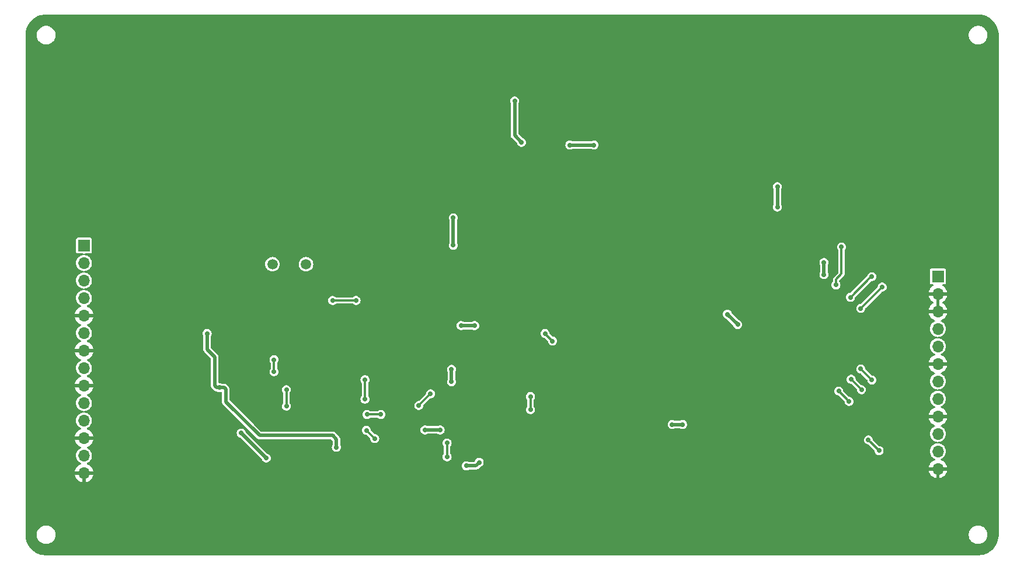
<source format=gbr>
%TF.GenerationSoftware,KiCad,Pcbnew,8.0.4-8.0.4-0~ubuntu22.04.1*%
%TF.CreationDate,2024-08-09T03:22:31-04:00*%
%TF.ProjectId,CS4272-CZZ_Breakout_Board,43533432-3732-42d4-935a-5a5f42726561,rev?*%
%TF.SameCoordinates,Original*%
%TF.FileFunction,Copper,L2,Bot*%
%TF.FilePolarity,Positive*%
%FSLAX46Y46*%
G04 Gerber Fmt 4.6, Leading zero omitted, Abs format (unit mm)*
G04 Created by KiCad (PCBNEW 8.0.4-8.0.4-0~ubuntu22.04.1) date 2024-08-09 03:22:31*
%MOMM*%
%LPD*%
G01*
G04 APERTURE LIST*
%TA.AperFunction,ComponentPad*%
%ADD10R,1.700000X1.700000*%
%TD*%
%TA.AperFunction,ComponentPad*%
%ADD11O,1.700000X1.700000*%
%TD*%
%TA.AperFunction,ComponentPad*%
%ADD12C,1.500000*%
%TD*%
%TA.AperFunction,ViaPad*%
%ADD13C,0.700000*%
%TD*%
%TA.AperFunction,Conductor*%
%ADD14C,0.500000*%
%TD*%
%TA.AperFunction,Conductor*%
%ADD15C,0.300000*%
%TD*%
G04 APERTURE END LIST*
D10*
%TO.P,J2,1,Pin_1*%
%TO.N,Net-(D10-A2)*%
X211506250Y-99347500D03*
D11*
%TO.P,J2,2,Pin_2*%
%TO.N,GND*%
X211506250Y-101887500D03*
%TO.P,J2,3,Pin_3*%
X211506250Y-104427500D03*
%TO.P,J2,4,Pin_4*%
%TO.N,/CODEC_AINB*%
X211506250Y-106967500D03*
%TO.P,J2,5,Pin_5*%
%TO.N,/CODEC_AINA*%
X211506250Y-109507500D03*
%TO.P,J2,6,Pin_6*%
%TO.N,GND*%
X211506250Y-112047500D03*
%TO.P,J2,7,Pin_7*%
%TO.N,/CODEC_AOUTB*%
X211506250Y-114587500D03*
%TO.P,J2,8,Pin_8*%
%TO.N,/CODEC_AOUTA*%
X211506250Y-117127500D03*
%TO.P,J2,9,Pin_9*%
%TO.N,GND*%
X211506250Y-119667500D03*
%TO.P,J2,10,Pin_10*%
%TO.N,/CODEC_AMUTEC*%
X211506250Y-122207500D03*
%TO.P,J2,11,Pin_11*%
%TO.N,/CODEC_BMUTEC*%
X211506250Y-124747500D03*
%TO.P,J2,12,Pin_12*%
%TO.N,GND*%
X211506250Y-127287500D03*
%TD*%
D10*
%TO.P,J1,1,Pin_1*%
%TO.N,Net-(D1-A2)*%
X87662500Y-94870000D03*
D11*
%TO.P,J1,2,Pin_2*%
%TO.N,Net-(D2-A2)*%
X87662500Y-97410000D03*
%TO.P,J1,3,Pin_3*%
%TO.N,Net-(D3-A2)*%
X87662500Y-99950000D03*
%TO.P,J1,4,Pin_4*%
%TO.N,Net-(D4-A2)*%
X87662500Y-102490000D03*
%TO.P,J1,5,Pin_5*%
%TO.N,GND*%
X87662500Y-105030000D03*
%TO.P,J1,6,Pin_6*%
%TO.N,Net-(D5-A2)*%
X87662500Y-107570000D03*
%TO.P,J1,7,Pin_7*%
%TO.N,GND*%
X87662500Y-110110000D03*
%TO.P,J1,8,Pin_8*%
%TO.N,Net-(D6-A2)*%
X87662500Y-112650000D03*
%TO.P,J1,9,Pin_9*%
%TO.N,GND*%
X87662500Y-115190000D03*
%TO.P,J1,10,Pin_10*%
%TO.N,Net-(D7-A2)*%
X87662500Y-117730000D03*
%TO.P,J1,11,Pin_11*%
%TO.N,Net-(D8-A2)*%
X87662500Y-120270000D03*
%TO.P,J1,12,Pin_12*%
%TO.N,GND*%
X87662500Y-122810000D03*
%TO.P,J1,13,Pin_13*%
%TO.N,Net-(D9-A2)*%
X87662500Y-125350000D03*
%TO.P,J1,14,Pin_14*%
%TO.N,GND*%
X87662500Y-127890000D03*
%TD*%
D12*
%TO.P,Y1,1,1*%
%TO.N,/CODEC_XTO*%
X119875000Y-97600000D03*
%TO.P,Y1,2,2*%
%TO.N,/CODEC_XTI*%
X114995000Y-97600000D03*
%TD*%
D13*
%TO.N,+5V*%
X144975000Y-126350000D03*
X161625000Y-80300000D03*
X188225000Y-89300000D03*
X182475000Y-106350000D03*
X150125000Y-73900000D03*
X128425000Y-117175000D03*
X110475000Y-122100000D03*
X158125000Y-80300000D03*
X139325000Y-121650000D03*
X194975000Y-99100000D03*
X140975000Y-114650000D03*
X142350000Y-106500000D03*
X114100000Y-125725000D03*
X141225000Y-90850000D03*
X137125000Y-121650000D03*
X180975000Y-104850000D03*
X128425000Y-114350000D03*
X144325000Y-106500000D03*
X141225000Y-94850000D03*
X151125000Y-79900000D03*
X140975000Y-112850000D03*
X172970000Y-120850000D03*
X143125000Y-126850000D03*
X188225000Y-86350000D03*
X194975000Y-97350000D03*
X174475000Y-120850000D03*
%TO.N,GND*%
X156925000Y-123050000D03*
X96775000Y-106950000D03*
X111750000Y-89700000D03*
X155225000Y-90950000D03*
X132825000Y-75550000D03*
X96800000Y-123025000D03*
X96750000Y-127175000D03*
X115325000Y-120650000D03*
X109900000Y-130550000D03*
X165150000Y-83675000D03*
X173975000Y-106850000D03*
X125775000Y-120025000D03*
X207025000Y-108550000D03*
X207075000Y-116525000D03*
X180375000Y-124975000D03*
X169150000Y-105025000D03*
X156625000Y-102250000D03*
X187050000Y-105625000D03*
X141725000Y-122050000D03*
X112825000Y-117750000D03*
X126525000Y-133850000D03*
X121625000Y-110850000D03*
X132025000Y-87000000D03*
X144625000Y-88650000D03*
X146625000Y-72850000D03*
X142625000Y-99350000D03*
X169150000Y-99275000D03*
X120325000Y-87150000D03*
X176095000Y-102940000D03*
X121500000Y-101675000D03*
X119425000Y-71450000D03*
X136025000Y-77550000D03*
X133025000Y-100650000D03*
X153125000Y-84450000D03*
X96775000Y-119050000D03*
X150470000Y-103975000D03*
X122375000Y-123775000D03*
X128425000Y-79450000D03*
X150170000Y-124960000D03*
X185425000Y-120950000D03*
X96800000Y-115050000D03*
X96800000Y-111000000D03*
X192525000Y-81175000D03*
X207250000Y-126550000D03*
X96850000Y-94825000D03*
X160800000Y-102300000D03*
X207150000Y-112425000D03*
X134225000Y-107650000D03*
X96800000Y-102975000D03*
X195225000Y-120950000D03*
X123625000Y-68750000D03*
X169425000Y-86950000D03*
X176325000Y-104250000D03*
X173875000Y-128000000D03*
X207075000Y-104525000D03*
X137625000Y-87950000D03*
X185575000Y-127175000D03*
X92975000Y-97025000D03*
X207050000Y-100175000D03*
X169350000Y-125950000D03*
X106525000Y-125150000D03*
X164750000Y-112425000D03*
X117700000Y-129325000D03*
X121025000Y-105650000D03*
X182170000Y-115222501D03*
X181900000Y-94275000D03*
X169625000Y-120425000D03*
X163050000Y-77600000D03*
X113450000Y-101650000D03*
X122050000Y-133825000D03*
X129425000Y-103250000D03*
X207200000Y-120425000D03*
X170925000Y-71450000D03*
X161025000Y-123050000D03*
X150925000Y-72250000D03*
%TO.N,+3.3V*%
X124275000Y-124150000D03*
X107325000Y-115500000D03*
X105525000Y-107650000D03*
X115225000Y-111450000D03*
X115225000Y-113200000D03*
%TO.N,/CODEC_VCOM*%
X152425000Y-116800000D03*
X137925000Y-116400000D03*
X152425000Y-118700000D03*
X130725000Y-119400000D03*
X154525000Y-107650000D03*
X136225000Y-118100000D03*
X155625000Y-108750000D03*
X128725000Y-119400000D03*
%TO.N,/CODEC_AINA_BUFF-*%
X140325000Y-123550000D03*
X140325000Y-125550000D03*
%TO.N,/CODEC_AMUTEC*%
X128625000Y-121700000D03*
X129825000Y-122900000D03*
%TO.N,/CODEC_NRST*%
X117025000Y-115800000D03*
X117025000Y-118200000D03*
%TO.N,/CODEC_BMUTEC*%
X202975000Y-124650000D03*
X196725000Y-100600000D03*
X123725000Y-102850000D03*
X127125000Y-102850000D03*
X198625000Y-117500000D03*
X197125000Y-116000000D03*
X201425000Y-123100000D03*
X197525000Y-95100000D03*
%TO.N,/CODEC_AOUTB*%
X200325000Y-112800000D03*
X201925000Y-114400000D03*
X200325000Y-104000000D03*
X203425000Y-100900000D03*
%TO.N,/CODEC_AOUTA*%
X201925000Y-99400000D03*
X200425000Y-115800000D03*
X198825000Y-102400000D03*
X198925000Y-114300000D03*
%TD*%
D14*
%TO.N,+5V*%
X144975000Y-126400000D02*
X144975000Y-126350000D01*
X194975000Y-97350000D02*
X194975000Y-99100000D01*
X143125000Y-126850000D02*
X144525000Y-126850000D01*
X144525000Y-126850000D02*
X144975000Y-126400000D01*
X158125000Y-80300000D02*
X161625000Y-80300000D01*
X139325000Y-121650000D02*
X137125000Y-121650000D01*
X150125000Y-78900000D02*
X151125000Y-79900000D01*
X141225000Y-90850000D02*
X141225000Y-94850000D01*
X188225000Y-86350000D02*
X188225000Y-89300000D01*
X114100000Y-125725000D02*
X110475000Y-122100000D01*
X174475000Y-120850000D02*
X172970000Y-120850000D01*
X182475000Y-106350000D02*
X180975000Y-104850000D01*
X140975000Y-112850000D02*
X140975000Y-114650000D01*
X150125000Y-73900000D02*
X150125000Y-78900000D01*
X144325000Y-106500000D02*
X142350000Y-106500000D01*
D15*
X128425000Y-117175000D02*
X128425000Y-114350000D01*
D14*
%TO.N,+3.3V*%
X105525000Y-107650000D02*
X105525000Y-109950000D01*
X124275000Y-124150000D02*
X124275000Y-123000000D01*
X106875000Y-115500000D02*
X107325000Y-115500000D01*
X108225000Y-115750000D02*
X107975000Y-115500000D01*
X106625000Y-115250000D02*
X106875000Y-115500000D01*
X106625000Y-111050000D02*
X106625000Y-115250000D01*
X124275000Y-123000000D02*
X123725000Y-122450000D01*
D15*
X115225000Y-113200000D02*
X115225000Y-111450000D01*
D14*
X113125000Y-122450000D02*
X108225000Y-117550000D01*
X107975000Y-115500000D02*
X107325000Y-115500000D01*
X105525000Y-109950000D02*
X106625000Y-111050000D01*
X123725000Y-122450000D02*
X113125000Y-122450000D01*
X108225000Y-117550000D02*
X108225000Y-115750000D01*
D15*
%TO.N,/CODEC_VCOM*%
X136225000Y-118100000D02*
X137925000Y-116400000D01*
X152425000Y-116800000D02*
X152425000Y-118700000D01*
X128725000Y-119400000D02*
X130725000Y-119400000D01*
X155625000Y-108750000D02*
X154525000Y-107650000D01*
%TO.N,/CODEC_AINA_BUFF-*%
X140325000Y-123550000D02*
X140325000Y-125550000D01*
%TO.N,/CODEC_AMUTEC*%
X128625000Y-121700000D02*
X129825000Y-122900000D01*
%TO.N,/CODEC_NRST*%
X117025000Y-118200000D02*
X117025000Y-115800000D01*
%TO.N,/CODEC_BMUTEC*%
X197525000Y-99000000D02*
X196725000Y-99800000D01*
X123725000Y-102850000D02*
X127125000Y-102850000D01*
X201425000Y-123100000D02*
X202975000Y-124650000D01*
X197125000Y-116000000D02*
X198625000Y-117500000D01*
X196725000Y-99800000D02*
X196725000Y-100600000D01*
X197525000Y-95100000D02*
X197525000Y-99000000D01*
%TO.N,/CODEC_AOUTB*%
X201925000Y-114400000D02*
X200325000Y-112800000D01*
X200325000Y-104000000D02*
X203425000Y-100900000D01*
%TO.N,/CODEC_AOUTA*%
X198825000Y-102400000D02*
X201825000Y-99400000D01*
X200425000Y-115800000D02*
X198925000Y-114300000D01*
X201825000Y-99400000D02*
X201925000Y-99400000D01*
%TD*%
%TA.AperFunction,Conductor*%
%TO.N,GND*%
G36*
X211756250Y-103994488D02*
G01*
X211699243Y-103961575D01*
X211572076Y-103927500D01*
X211440424Y-103927500D01*
X211313257Y-103961575D01*
X211256250Y-103994488D01*
X211256250Y-102320512D01*
X211313257Y-102353425D01*
X211440424Y-102387500D01*
X211572076Y-102387500D01*
X211699243Y-102353425D01*
X211756250Y-102320512D01*
X211756250Y-103994488D01*
G37*
%TD.AperFunction*%
%TA.AperFunction,Conductor*%
G36*
X217325855Y-61350011D02*
G01*
X217487269Y-61352274D01*
X217499390Y-61353041D01*
X217803553Y-61387312D01*
X217820992Y-61389277D01*
X217834700Y-61391606D01*
X218149366Y-61463426D01*
X218162725Y-61467273D01*
X218467392Y-61573881D01*
X218480228Y-61579199D01*
X218771025Y-61719239D01*
X218783195Y-61725965D01*
X219056486Y-61897685D01*
X219067827Y-61905732D01*
X219320173Y-62106971D01*
X219330541Y-62116237D01*
X219558762Y-62344458D01*
X219568028Y-62354826D01*
X219769267Y-62607172D01*
X219777314Y-62618513D01*
X219949034Y-62891804D01*
X219955760Y-62903974D01*
X220095798Y-63194766D01*
X220101120Y-63207613D01*
X220207724Y-63512270D01*
X220211573Y-63525633D01*
X220283393Y-63840299D01*
X220285722Y-63854007D01*
X220321957Y-64175597D01*
X220322725Y-64187743D01*
X220324988Y-64349144D01*
X220325000Y-64350882D01*
X220325000Y-136849117D01*
X220324988Y-136850855D01*
X220322725Y-137012256D01*
X220321957Y-137024402D01*
X220285722Y-137345992D01*
X220283393Y-137359700D01*
X220211573Y-137674366D01*
X220207724Y-137687729D01*
X220101120Y-137992386D01*
X220095798Y-138005233D01*
X219955760Y-138296025D01*
X219949034Y-138308195D01*
X219777314Y-138581486D01*
X219769267Y-138592827D01*
X219568028Y-138845173D01*
X219558762Y-138855541D01*
X219330541Y-139083762D01*
X219320173Y-139093028D01*
X219067827Y-139294267D01*
X219056486Y-139302314D01*
X218783195Y-139474034D01*
X218771025Y-139480760D01*
X218480233Y-139620798D01*
X218467386Y-139626120D01*
X218162729Y-139732724D01*
X218149366Y-139736573D01*
X217834700Y-139808393D01*
X217820992Y-139810722D01*
X217499402Y-139846957D01*
X217487256Y-139847725D01*
X217325856Y-139849988D01*
X217324118Y-139850000D01*
X82175882Y-139850000D01*
X82174144Y-139849988D01*
X82012743Y-139847725D01*
X82000597Y-139846957D01*
X81679007Y-139810722D01*
X81665299Y-139808393D01*
X81350633Y-139736573D01*
X81337270Y-139732724D01*
X81032613Y-139626120D01*
X81019766Y-139620798D01*
X80728974Y-139480760D01*
X80716804Y-139474034D01*
X80443513Y-139302314D01*
X80432172Y-139294267D01*
X80179826Y-139093028D01*
X80169458Y-139083762D01*
X79941237Y-138855541D01*
X79931971Y-138845173D01*
X79730732Y-138592827D01*
X79722685Y-138581486D01*
X79550965Y-138308195D01*
X79544239Y-138296025D01*
X79498237Y-138200500D01*
X79404199Y-138005228D01*
X79398879Y-137992386D01*
X79306991Y-137729786D01*
X79292273Y-137687725D01*
X79288426Y-137674366D01*
X79216606Y-137359700D01*
X79214277Y-137345992D01*
X79212312Y-137328553D01*
X79178041Y-137024390D01*
X79177274Y-137012269D01*
X79175012Y-136850855D01*
X79175000Y-136849117D01*
X79175000Y-136743713D01*
X80824500Y-136743713D01*
X80824500Y-136956287D01*
X80857754Y-137166243D01*
X80920612Y-137359700D01*
X80923444Y-137368414D01*
X81019951Y-137557820D01*
X81144890Y-137729786D01*
X81295213Y-137880109D01*
X81467179Y-138005048D01*
X81467181Y-138005049D01*
X81467184Y-138005051D01*
X81656588Y-138101557D01*
X81858757Y-138167246D01*
X82068713Y-138200500D01*
X82068714Y-138200500D01*
X82281286Y-138200500D01*
X82281287Y-138200500D01*
X82491243Y-138167246D01*
X82693412Y-138101557D01*
X82882816Y-138005051D01*
X82904789Y-137989086D01*
X83054786Y-137880109D01*
X83054788Y-137880106D01*
X83054792Y-137880104D01*
X83205104Y-137729792D01*
X83205106Y-137729788D01*
X83205109Y-137729786D01*
X83330048Y-137557820D01*
X83330047Y-137557820D01*
X83330051Y-137557816D01*
X83426557Y-137368412D01*
X83492246Y-137166243D01*
X83525500Y-136956287D01*
X83525500Y-136743713D01*
X215974500Y-136743713D01*
X215974500Y-136956287D01*
X216007754Y-137166243D01*
X216070612Y-137359700D01*
X216073444Y-137368414D01*
X216169951Y-137557820D01*
X216294890Y-137729786D01*
X216445213Y-137880109D01*
X216617179Y-138005048D01*
X216617181Y-138005049D01*
X216617184Y-138005051D01*
X216806588Y-138101557D01*
X217008757Y-138167246D01*
X217218713Y-138200500D01*
X217218714Y-138200500D01*
X217431286Y-138200500D01*
X217431287Y-138200500D01*
X217641243Y-138167246D01*
X217843412Y-138101557D01*
X218032816Y-138005051D01*
X218054789Y-137989086D01*
X218204786Y-137880109D01*
X218204788Y-137880106D01*
X218204792Y-137880104D01*
X218355104Y-137729792D01*
X218355106Y-137729788D01*
X218355109Y-137729786D01*
X218480048Y-137557820D01*
X218480047Y-137557820D01*
X218480051Y-137557816D01*
X218576557Y-137368412D01*
X218642246Y-137166243D01*
X218675500Y-136956287D01*
X218675500Y-136743713D01*
X218642246Y-136533757D01*
X218576557Y-136331588D01*
X218480051Y-136142184D01*
X218480049Y-136142181D01*
X218480048Y-136142179D01*
X218355109Y-135970213D01*
X218204786Y-135819890D01*
X218032820Y-135694951D01*
X217843414Y-135598444D01*
X217843413Y-135598443D01*
X217843412Y-135598443D01*
X217641243Y-135532754D01*
X217641241Y-135532753D01*
X217641240Y-135532753D01*
X217479957Y-135507208D01*
X217431287Y-135499500D01*
X217218713Y-135499500D01*
X217170042Y-135507208D01*
X217008760Y-135532753D01*
X216806585Y-135598444D01*
X216617179Y-135694951D01*
X216445213Y-135819890D01*
X216294890Y-135970213D01*
X216169951Y-136142179D01*
X216073444Y-136331585D01*
X216007753Y-136533760D01*
X215974500Y-136743713D01*
X83525500Y-136743713D01*
X83492246Y-136533757D01*
X83426557Y-136331588D01*
X83330051Y-136142184D01*
X83330049Y-136142181D01*
X83330048Y-136142179D01*
X83205109Y-135970213D01*
X83054786Y-135819890D01*
X82882820Y-135694951D01*
X82693414Y-135598444D01*
X82693413Y-135598443D01*
X82693412Y-135598443D01*
X82491243Y-135532754D01*
X82491241Y-135532753D01*
X82491240Y-135532753D01*
X82329957Y-135507208D01*
X82281287Y-135499500D01*
X82068713Y-135499500D01*
X82020042Y-135507208D01*
X81858760Y-135532753D01*
X81656585Y-135598444D01*
X81467179Y-135694951D01*
X81295213Y-135819890D01*
X81144890Y-135970213D01*
X81019951Y-136142179D01*
X80923444Y-136331585D01*
X80857753Y-136533760D01*
X80824500Y-136743713D01*
X79175000Y-136743713D01*
X79175000Y-104779999D01*
X86331864Y-104779999D01*
X86331864Y-104780000D01*
X87229488Y-104780000D01*
X87196575Y-104837007D01*
X87162500Y-104964174D01*
X87162500Y-105095826D01*
X87196575Y-105222993D01*
X87229488Y-105280000D01*
X86331864Y-105280000D01*
X86389067Y-105493486D01*
X86389070Y-105493492D01*
X86488899Y-105707578D01*
X86624394Y-105901082D01*
X86791417Y-106068105D01*
X86984921Y-106203600D01*
X87184073Y-106296466D01*
X87236512Y-106342638D01*
X87255664Y-106409832D01*
X87235448Y-106476713D01*
X87182283Y-106522048D01*
X87176468Y-106524472D01*
X87169271Y-106527260D01*
X87147482Y-106535701D01*
X87147480Y-106535702D01*
X86966199Y-106647947D01*
X86808627Y-106791593D01*
X86680132Y-106961746D01*
X86585096Y-107152605D01*
X86585096Y-107152607D01*
X86530220Y-107345475D01*
X86526744Y-107357690D01*
X86507071Y-107570000D01*
X86526744Y-107782310D01*
X86578945Y-107965776D01*
X86585096Y-107987392D01*
X86585096Y-107987394D01*
X86680132Y-108178253D01*
X86798156Y-108334540D01*
X86808628Y-108348407D01*
X86966198Y-108492052D01*
X87147481Y-108604298D01*
X87176461Y-108615525D01*
X87231862Y-108658095D01*
X87255454Y-108723861D01*
X87239744Y-108791942D01*
X87189722Y-108840722D01*
X87184073Y-108843533D01*
X86984922Y-108936399D01*
X86984920Y-108936400D01*
X86791426Y-109071886D01*
X86791420Y-109071891D01*
X86624391Y-109238920D01*
X86624386Y-109238926D01*
X86488900Y-109432420D01*
X86488899Y-109432422D01*
X86389070Y-109646507D01*
X86389067Y-109646513D01*
X86331864Y-109859999D01*
X86331864Y-109860000D01*
X87229488Y-109860000D01*
X87196575Y-109917007D01*
X87162500Y-110044174D01*
X87162500Y-110175826D01*
X87196575Y-110302993D01*
X87229488Y-110360000D01*
X86331864Y-110360000D01*
X86389067Y-110573486D01*
X86389070Y-110573492D01*
X86488899Y-110787578D01*
X86624394Y-110981082D01*
X86791417Y-111148105D01*
X86984921Y-111283600D01*
X87184073Y-111376466D01*
X87236512Y-111422638D01*
X87255664Y-111489832D01*
X87235448Y-111556713D01*
X87182283Y-111602048D01*
X87176468Y-111604472D01*
X87169271Y-111607260D01*
X87147482Y-111615701D01*
X87147480Y-111615702D01*
X86966199Y-111727947D01*
X86808627Y-111871593D01*
X86680132Y-112041746D01*
X86585096Y-112232605D01*
X86585096Y-112232607D01*
X86526744Y-112437689D01*
X86521390Y-112495475D01*
X86507071Y-112650000D01*
X86526744Y-112862310D01*
X86578207Y-113043182D01*
X86585096Y-113067392D01*
X86585096Y-113067394D01*
X86680132Y-113258253D01*
X86796763Y-113412696D01*
X86808628Y-113428407D01*
X86966198Y-113572052D01*
X87147481Y-113684298D01*
X87176461Y-113695525D01*
X87231862Y-113738095D01*
X87255454Y-113803861D01*
X87239744Y-113871942D01*
X87189722Y-113920722D01*
X87184073Y-113923533D01*
X86984922Y-114016399D01*
X86984920Y-114016400D01*
X86791426Y-114151886D01*
X86791420Y-114151891D01*
X86624391Y-114318920D01*
X86624386Y-114318926D01*
X86488900Y-114512420D01*
X86488899Y-114512422D01*
X86389070Y-114726507D01*
X86389067Y-114726513D01*
X86331864Y-114939999D01*
X86331864Y-114940000D01*
X87229488Y-114940000D01*
X87196575Y-114997007D01*
X87162500Y-115124174D01*
X87162500Y-115255826D01*
X87196575Y-115382993D01*
X87229488Y-115440000D01*
X86331864Y-115440000D01*
X86389067Y-115653486D01*
X86389070Y-115653492D01*
X86488899Y-115867578D01*
X86624394Y-116061082D01*
X86791417Y-116228105D01*
X86984921Y-116363600D01*
X87184073Y-116456466D01*
X87236512Y-116502638D01*
X87255664Y-116569832D01*
X87235448Y-116636713D01*
X87182283Y-116682048D01*
X87176468Y-116684472D01*
X87170411Y-116686819D01*
X87147482Y-116695701D01*
X87147480Y-116695702D01*
X86966199Y-116807947D01*
X86808627Y-116951593D01*
X86680132Y-117121746D01*
X86585096Y-117312605D01*
X86585096Y-117312607D01*
X86526744Y-117517689D01*
X86509123Y-117707860D01*
X86507071Y-117730000D01*
X86526744Y-117942310D01*
X86571611Y-118100000D01*
X86585096Y-118147392D01*
X86585096Y-118147394D01*
X86680132Y-118338253D01*
X86808627Y-118508406D01*
X86808628Y-118508407D01*
X86966198Y-118652052D01*
X87147481Y-118764298D01*
X87346302Y-118841321D01*
X87543113Y-118878111D01*
X87605393Y-118909779D01*
X87640666Y-118970092D01*
X87637732Y-119039900D01*
X87597523Y-119097040D01*
X87543113Y-119121888D01*
X87346302Y-119158679D01*
X87346299Y-119158679D01*
X87346299Y-119158680D01*
X87147482Y-119235701D01*
X87147480Y-119235702D01*
X86966199Y-119347947D01*
X86808627Y-119491593D01*
X86680132Y-119661746D01*
X86585096Y-119852605D01*
X86585096Y-119852607D01*
X86526744Y-120057689D01*
X86507071Y-120269999D01*
X86507071Y-120270000D01*
X86526744Y-120482310D01*
X86585096Y-120687392D01*
X86585096Y-120687394D01*
X86680132Y-120878253D01*
X86800243Y-121037304D01*
X86808628Y-121048407D01*
X86966198Y-121192052D01*
X87147481Y-121304298D01*
X87176461Y-121315525D01*
X87231862Y-121358095D01*
X87255454Y-121423861D01*
X87239744Y-121491942D01*
X87189722Y-121540722D01*
X87184073Y-121543533D01*
X86984922Y-121636399D01*
X86984920Y-121636400D01*
X86791426Y-121771886D01*
X86791420Y-121771891D01*
X86624391Y-121938920D01*
X86624386Y-121938926D01*
X86488900Y-122132420D01*
X86488899Y-122132422D01*
X86389070Y-122346507D01*
X86389067Y-122346513D01*
X86331864Y-122559999D01*
X86331864Y-122560000D01*
X87229488Y-122560000D01*
X87196575Y-122617007D01*
X87162500Y-122744174D01*
X87162500Y-122875826D01*
X87196575Y-123002993D01*
X87229488Y-123060000D01*
X86331864Y-123060000D01*
X86389067Y-123273486D01*
X86389070Y-123273492D01*
X86488899Y-123487578D01*
X86624394Y-123681082D01*
X86791417Y-123848105D01*
X86984921Y-123983600D01*
X87184073Y-124076466D01*
X87236512Y-124122638D01*
X87255664Y-124189832D01*
X87235448Y-124256713D01*
X87182283Y-124302048D01*
X87176468Y-124304472D01*
X87169271Y-124307260D01*
X87147482Y-124315701D01*
X87147480Y-124315702D01*
X86966199Y-124427947D01*
X86808627Y-124571593D01*
X86680132Y-124741746D01*
X86585096Y-124932605D01*
X86585096Y-124932607D01*
X86533066Y-125115472D01*
X86526744Y-125137690D01*
X86507071Y-125350000D01*
X86526744Y-125562310D01*
X86557257Y-125669552D01*
X86585096Y-125767392D01*
X86585096Y-125767394D01*
X86680132Y-125958253D01*
X86808627Y-126128406D01*
X86808628Y-126128407D01*
X86966198Y-126272052D01*
X87147481Y-126384298D01*
X87176461Y-126395525D01*
X87231862Y-126438095D01*
X87255454Y-126503861D01*
X87239744Y-126571942D01*
X87189722Y-126620722D01*
X87184073Y-126623533D01*
X86984922Y-126716399D01*
X86984920Y-126716400D01*
X86791426Y-126851886D01*
X86791420Y-126851891D01*
X86624391Y-127018920D01*
X86624386Y-127018926D01*
X86488900Y-127212420D01*
X86488899Y-127212422D01*
X86389070Y-127426507D01*
X86389067Y-127426513D01*
X86331864Y-127639999D01*
X86331864Y-127640000D01*
X87229488Y-127640000D01*
X87196575Y-127697007D01*
X87162500Y-127824174D01*
X87162500Y-127955826D01*
X87196575Y-128082993D01*
X87229488Y-128140000D01*
X86331864Y-128140000D01*
X86389067Y-128353486D01*
X86389070Y-128353492D01*
X86488899Y-128567578D01*
X86624394Y-128761082D01*
X86791417Y-128928105D01*
X86984921Y-129063600D01*
X87199007Y-129163429D01*
X87199016Y-129163433D01*
X87412500Y-129220634D01*
X87412500Y-128323012D01*
X87469507Y-128355925D01*
X87596674Y-128390000D01*
X87728326Y-128390000D01*
X87855493Y-128355925D01*
X87912500Y-128323012D01*
X87912500Y-129220633D01*
X88125983Y-129163433D01*
X88125992Y-129163429D01*
X88340078Y-129063600D01*
X88533582Y-128928105D01*
X88700605Y-128761082D01*
X88836100Y-128567578D01*
X88935929Y-128353492D01*
X88935932Y-128353486D01*
X88993136Y-128140000D01*
X88095512Y-128140000D01*
X88128425Y-128082993D01*
X88162500Y-127955826D01*
X88162500Y-127824174D01*
X88128425Y-127697007D01*
X88095512Y-127640000D01*
X88993136Y-127640000D01*
X88993135Y-127639999D01*
X88935932Y-127426513D01*
X88935929Y-127426507D01*
X88836100Y-127212422D01*
X88836099Y-127212420D01*
X88700613Y-127018926D01*
X88700608Y-127018920D01*
X88533582Y-126851894D01*
X88530876Y-126849999D01*
X142469722Y-126849999D01*
X142469722Y-126850000D01*
X142488762Y-127006818D01*
X142522019Y-127094507D01*
X142544780Y-127154523D01*
X142634517Y-127284530D01*
X142752760Y-127389283D01*
X142752762Y-127389284D01*
X142892634Y-127462696D01*
X143046014Y-127500500D01*
X143046015Y-127500500D01*
X143203985Y-127500500D01*
X143357365Y-127462696D01*
X143448805Y-127414703D01*
X143506431Y-127400500D01*
X144597472Y-127400500D01*
X144597474Y-127400500D01*
X144597475Y-127400500D01*
X144737485Y-127362984D01*
X144863015Y-127290510D01*
X145161906Y-126991617D01*
X145200856Y-126966438D01*
X145200722Y-126966183D01*
X145203535Y-126964706D01*
X145205629Y-126963353D01*
X145207355Y-126962698D01*
X145207365Y-126962696D01*
X145347240Y-126889283D01*
X145465483Y-126784530D01*
X145555220Y-126654523D01*
X145611237Y-126506818D01*
X145630278Y-126350000D01*
X145620814Y-126272052D01*
X145611237Y-126193181D01*
X145581169Y-126113899D01*
X145555220Y-126045477D01*
X145465483Y-125915470D01*
X145347240Y-125810717D01*
X145347238Y-125810716D01*
X145347237Y-125810715D01*
X145207365Y-125737303D01*
X145053986Y-125699500D01*
X145053985Y-125699500D01*
X144896015Y-125699500D01*
X144896014Y-125699500D01*
X144742634Y-125737303D01*
X144602762Y-125810715D01*
X144484516Y-125915471D01*
X144394781Y-126045475D01*
X144394780Y-126045476D01*
X144338763Y-126193178D01*
X144336968Y-126200465D01*
X144334992Y-126199978D01*
X144311473Y-126254624D01*
X144253539Y-126293681D01*
X144215999Y-126299500D01*
X143506431Y-126299500D01*
X143448805Y-126285296D01*
X143357365Y-126237304D01*
X143357364Y-126237303D01*
X143357363Y-126237303D01*
X143203986Y-126199500D01*
X143203985Y-126199500D01*
X143046015Y-126199500D01*
X143046014Y-126199500D01*
X142892634Y-126237303D01*
X142752762Y-126310715D01*
X142634516Y-126415471D01*
X142544781Y-126545475D01*
X142544780Y-126545476D01*
X142488762Y-126693181D01*
X142469722Y-126849999D01*
X88530876Y-126849999D01*
X88340078Y-126716399D01*
X88140926Y-126623533D01*
X88088487Y-126577360D01*
X88069335Y-126510167D01*
X88089551Y-126443286D01*
X88142716Y-126397951D01*
X88148505Y-126395537D01*
X88177519Y-126384298D01*
X88358802Y-126272052D01*
X88516372Y-126128407D01*
X88644866Y-125958255D01*
X88694378Y-125858821D01*
X88739903Y-125767394D01*
X88739903Y-125767393D01*
X88739905Y-125767389D01*
X88798256Y-125562310D01*
X88817929Y-125350000D01*
X88798256Y-125137690D01*
X88739905Y-124932611D01*
X88739903Y-124932606D01*
X88739903Y-124932605D01*
X88644867Y-124741746D01*
X88516372Y-124571593D01*
X88476439Y-124535189D01*
X88358802Y-124427948D01*
X88177519Y-124315702D01*
X88177514Y-124315700D01*
X88170629Y-124313032D01*
X88148537Y-124304474D01*
X88093136Y-124261903D01*
X88069545Y-124196136D01*
X88085256Y-124128056D01*
X88135279Y-124079276D01*
X88140926Y-124076466D01*
X88340078Y-123983599D01*
X88533582Y-123848105D01*
X88700605Y-123681082D01*
X88836100Y-123487578D01*
X88935929Y-123273492D01*
X88935932Y-123273486D01*
X88993136Y-123060000D01*
X88095512Y-123060000D01*
X88128425Y-123002993D01*
X88162500Y-122875826D01*
X88162500Y-122744174D01*
X88128425Y-122617007D01*
X88095512Y-122560000D01*
X88993136Y-122560000D01*
X88993135Y-122559999D01*
X88935932Y-122346513D01*
X88935929Y-122346507D01*
X88836100Y-122132422D01*
X88836099Y-122132420D01*
X88813398Y-122099999D01*
X109819722Y-122099999D01*
X109819722Y-122100000D01*
X109838762Y-122256818D01*
X109881757Y-122370185D01*
X109894780Y-122404523D01*
X109984517Y-122534530D01*
X110102760Y-122639283D01*
X110242635Y-122712696D01*
X110297369Y-122726186D01*
X110355377Y-122758902D01*
X113436063Y-125839588D01*
X113464324Y-125883298D01*
X113473566Y-125907667D01*
X113519780Y-126029523D01*
X113609517Y-126159530D01*
X113727760Y-126264283D01*
X113727762Y-126264284D01*
X113867634Y-126337696D01*
X114021014Y-126375500D01*
X114021015Y-126375500D01*
X114178985Y-126375500D01*
X114332365Y-126337696D01*
X114472240Y-126264283D01*
X114590483Y-126159530D01*
X114680220Y-126029523D01*
X114736237Y-125881818D01*
X114755278Y-125725000D01*
X114748546Y-125669552D01*
X114736237Y-125568181D01*
X114714992Y-125512164D01*
X114680220Y-125420477D01*
X114590483Y-125290470D01*
X114472240Y-125185717D01*
X114472238Y-125185716D01*
X114472237Y-125185715D01*
X114332367Y-125112304D01*
X114277626Y-125098812D01*
X114219621Y-125066096D01*
X111138937Y-121985412D01*
X111110676Y-121941702D01*
X111087205Y-121879815D01*
X111055220Y-121795477D01*
X110965483Y-121665470D01*
X110847240Y-121560717D01*
X110847238Y-121560716D01*
X110847237Y-121560715D01*
X110707365Y-121487303D01*
X110553986Y-121449500D01*
X110553985Y-121449500D01*
X110396015Y-121449500D01*
X110396014Y-121449500D01*
X110242634Y-121487303D01*
X110102762Y-121560715D01*
X109984516Y-121665471D01*
X109894781Y-121795475D01*
X109894780Y-121795476D01*
X109838762Y-121943181D01*
X109819722Y-122099999D01*
X88813398Y-122099999D01*
X88700613Y-121938926D01*
X88700608Y-121938920D01*
X88533582Y-121771894D01*
X88340078Y-121636399D01*
X88140926Y-121543533D01*
X88088487Y-121497360D01*
X88069335Y-121430167D01*
X88089551Y-121363286D01*
X88142716Y-121317951D01*
X88148505Y-121315537D01*
X88177519Y-121304298D01*
X88358802Y-121192052D01*
X88516372Y-121048407D01*
X88644866Y-120878255D01*
X88730835Y-120705605D01*
X88739903Y-120687394D01*
X88739903Y-120687393D01*
X88739905Y-120687389D01*
X88798256Y-120482310D01*
X88817929Y-120270000D01*
X88798256Y-120057690D01*
X88739905Y-119852611D01*
X88739903Y-119852606D01*
X88739903Y-119852605D01*
X88644867Y-119661746D01*
X88516372Y-119491593D01*
X88435095Y-119417499D01*
X88358802Y-119347948D01*
X88177519Y-119235702D01*
X88177517Y-119235701D01*
X88078108Y-119197190D01*
X87978698Y-119158679D01*
X87781885Y-119121888D01*
X87719606Y-119090221D01*
X87684333Y-119029908D01*
X87687267Y-118960100D01*
X87727476Y-118902960D01*
X87781884Y-118878111D01*
X87978698Y-118841321D01*
X88177519Y-118764298D01*
X88358802Y-118652052D01*
X88516372Y-118508407D01*
X88644866Y-118338255D01*
X88684541Y-118258576D01*
X88739903Y-118147394D01*
X88739903Y-118147393D01*
X88739905Y-118147389D01*
X88798256Y-117942310D01*
X88817929Y-117730000D01*
X88798256Y-117517690D01*
X88739905Y-117312611D01*
X88739903Y-117312606D01*
X88739903Y-117312605D01*
X88644867Y-117121746D01*
X88516372Y-116951593D01*
X88476439Y-116915189D01*
X88358802Y-116807948D01*
X88177519Y-116695702D01*
X88177514Y-116695700D01*
X88154589Y-116686819D01*
X88148537Y-116684474D01*
X88093136Y-116641903D01*
X88069545Y-116576136D01*
X88085256Y-116508056D01*
X88135279Y-116459276D01*
X88140926Y-116456466D01*
X88340078Y-116363599D01*
X88533582Y-116228105D01*
X88700605Y-116061082D01*
X88836100Y-115867578D01*
X88935929Y-115653492D01*
X88935932Y-115653486D01*
X88993136Y-115440000D01*
X88095512Y-115440000D01*
X88128425Y-115382993D01*
X88162500Y-115255826D01*
X88162500Y-115124174D01*
X88128425Y-114997007D01*
X88095512Y-114940000D01*
X88993136Y-114940000D01*
X88993135Y-114939999D01*
X88935932Y-114726513D01*
X88935929Y-114726507D01*
X88836100Y-114512422D01*
X88836099Y-114512420D01*
X88700613Y-114318926D01*
X88700608Y-114318920D01*
X88533582Y-114151894D01*
X88340078Y-114016399D01*
X88140926Y-113923533D01*
X88088487Y-113877360D01*
X88069335Y-113810167D01*
X88089551Y-113743286D01*
X88142716Y-113697951D01*
X88148505Y-113695537D01*
X88177519Y-113684298D01*
X88358802Y-113572052D01*
X88516372Y-113428407D01*
X88644866Y-113258255D01*
X88696518Y-113154523D01*
X88739903Y-113067394D01*
X88739903Y-113067393D01*
X88739905Y-113067389D01*
X88798256Y-112862310D01*
X88817929Y-112650000D01*
X88798256Y-112437690D01*
X88739905Y-112232611D01*
X88739903Y-112232606D01*
X88739903Y-112232605D01*
X88644867Y-112041746D01*
X88516372Y-111871593D01*
X88387954Y-111754524D01*
X88358802Y-111727948D01*
X88177519Y-111615702D01*
X88177514Y-111615700D01*
X88170629Y-111613032D01*
X88148537Y-111604474D01*
X88093136Y-111561903D01*
X88069545Y-111496136D01*
X88085256Y-111428056D01*
X88135279Y-111379276D01*
X88140926Y-111376466D01*
X88340078Y-111283599D01*
X88533582Y-111148105D01*
X88700605Y-110981082D01*
X88836100Y-110787578D01*
X88935929Y-110573492D01*
X88935932Y-110573486D01*
X88993136Y-110360000D01*
X88095512Y-110360000D01*
X88128425Y-110302993D01*
X88162500Y-110175826D01*
X88162500Y-110044174D01*
X88128425Y-109917007D01*
X88095512Y-109860000D01*
X88993136Y-109860000D01*
X88993135Y-109859999D01*
X88935932Y-109646513D01*
X88935929Y-109646507D01*
X88836100Y-109432422D01*
X88836099Y-109432420D01*
X88700613Y-109238926D01*
X88700608Y-109238920D01*
X88533582Y-109071894D01*
X88340078Y-108936399D01*
X88140926Y-108843533D01*
X88088487Y-108797360D01*
X88069335Y-108730167D01*
X88089551Y-108663286D01*
X88142716Y-108617951D01*
X88148505Y-108615537D01*
X88177519Y-108604298D01*
X88358802Y-108492052D01*
X88516372Y-108348407D01*
X88644866Y-108178255D01*
X88660290Y-108147279D01*
X88739903Y-107987394D01*
X88739903Y-107987393D01*
X88739905Y-107987389D01*
X88798256Y-107782310D01*
X88810516Y-107649999D01*
X104869722Y-107649999D01*
X104869722Y-107650000D01*
X104888762Y-107806818D01*
X104944780Y-107954523D01*
X104952548Y-107965777D01*
X104974433Y-108032130D01*
X104974500Y-108036219D01*
X104974500Y-109877526D01*
X104974500Y-110022474D01*
X105012016Y-110162485D01*
X105083272Y-110285906D01*
X105084489Y-110288013D01*
X105084491Y-110288016D01*
X106038181Y-111241706D01*
X106071666Y-111303029D01*
X106074500Y-111329387D01*
X106074500Y-115322474D01*
X106102647Y-115427523D01*
X106112014Y-115462480D01*
X106112016Y-115462485D01*
X106184490Y-115588015D01*
X106536985Y-115940510D01*
X106640026Y-116000000D01*
X106662515Y-116012984D01*
X106802525Y-116050500D01*
X106943569Y-116050500D01*
X107001194Y-116064703D01*
X107092635Y-116112696D01*
X107169325Y-116131598D01*
X107246014Y-116150500D01*
X107246015Y-116150500D01*
X107403985Y-116150500D01*
X107520825Y-116121702D01*
X107590628Y-116124771D01*
X107647690Y-116165091D01*
X107673895Y-116229861D01*
X107674500Y-116242099D01*
X107674500Y-117622475D01*
X107682186Y-117651158D01*
X107712016Y-117762485D01*
X107784490Y-117888015D01*
X112786985Y-122890510D01*
X112878217Y-122943182D01*
X112912515Y-122962984D01*
X113052525Y-123000500D01*
X123445613Y-123000500D01*
X123512652Y-123020185D01*
X123533294Y-123036819D01*
X123688181Y-123191706D01*
X123721666Y-123253029D01*
X123724500Y-123279387D01*
X123724500Y-123763780D01*
X123704815Y-123830819D01*
X123702552Y-123834217D01*
X123694780Y-123845476D01*
X123638762Y-123993181D01*
X123619722Y-124149999D01*
X123619722Y-124150000D01*
X123638762Y-124306818D01*
X123653424Y-124345477D01*
X123694780Y-124454523D01*
X123784517Y-124584530D01*
X123902760Y-124689283D01*
X123902762Y-124689284D01*
X124042634Y-124762696D01*
X124196014Y-124800500D01*
X124196015Y-124800500D01*
X124353985Y-124800500D01*
X124507365Y-124762696D01*
X124547283Y-124741745D01*
X124647240Y-124689283D01*
X124765483Y-124584530D01*
X124855220Y-124454523D01*
X124911237Y-124306818D01*
X124930278Y-124150000D01*
X124921350Y-124076466D01*
X124911237Y-123993181D01*
X124858651Y-123854524D01*
X124855220Y-123845477D01*
X124847448Y-123834217D01*
X124825567Y-123767862D01*
X124825500Y-123763780D01*
X124825500Y-122927527D01*
X124825500Y-122927525D01*
X124787984Y-122787515D01*
X124769808Y-122756033D01*
X124715510Y-122661985D01*
X124063015Y-122009490D01*
X123937485Y-121937016D01*
X123937486Y-121937016D01*
X123902482Y-121927637D01*
X123797475Y-121899500D01*
X123797472Y-121899500D01*
X113404387Y-121899500D01*
X113337348Y-121879815D01*
X113316706Y-121863181D01*
X113153524Y-121699999D01*
X127969722Y-121699999D01*
X127969722Y-121700000D01*
X127988762Y-121856818D01*
X128025818Y-121954524D01*
X128044780Y-122004523D01*
X128134517Y-122134530D01*
X128252760Y-122239283D01*
X128252762Y-122239284D01*
X128392634Y-122312696D01*
X128546014Y-122350500D01*
X128546015Y-122350500D01*
X128587035Y-122350500D01*
X128654074Y-122370185D01*
X128674716Y-122386819D01*
X129136952Y-122849055D01*
X129170437Y-122910378D01*
X129172367Y-122921789D01*
X129188763Y-123056819D01*
X129216347Y-123129552D01*
X129244780Y-123204523D01*
X129334517Y-123334530D01*
X129452760Y-123439283D01*
X129452762Y-123439284D01*
X129592634Y-123512696D01*
X129746014Y-123550500D01*
X129746015Y-123550500D01*
X129903985Y-123550500D01*
X129906018Y-123549999D01*
X139669722Y-123549999D01*
X139669722Y-123550000D01*
X139688762Y-123706818D01*
X139744780Y-123854523D01*
X139744781Y-123854524D01*
X139834518Y-123984532D01*
X139839491Y-123990145D01*
X139838044Y-123991426D01*
X139869850Y-124042120D01*
X139874500Y-124075759D01*
X139874500Y-125024240D01*
X139854815Y-125091279D01*
X139839153Y-125109556D01*
X139839491Y-125109856D01*
X139834515Y-125115472D01*
X139744781Y-125245475D01*
X139744780Y-125245476D01*
X139688762Y-125393181D01*
X139669722Y-125549999D01*
X139669722Y-125550000D01*
X139688762Y-125706818D01*
X139739116Y-125839588D01*
X139744780Y-125854523D01*
X139834517Y-125984530D01*
X139952760Y-126089283D01*
X139952762Y-126089284D01*
X140092634Y-126162696D01*
X140246014Y-126200500D01*
X140246015Y-126200500D01*
X140403985Y-126200500D01*
X140557365Y-126162696D01*
X140622698Y-126128406D01*
X140697240Y-126089283D01*
X140815483Y-125984530D01*
X140905220Y-125854523D01*
X140961237Y-125706818D01*
X140980278Y-125550000D01*
X140977353Y-125525906D01*
X140961237Y-125393181D01*
X140922284Y-125290471D01*
X140905220Y-125245477D01*
X140815483Y-125115470D01*
X140815479Y-125115466D01*
X140810509Y-125109856D01*
X140811953Y-125108576D01*
X140780145Y-125057860D01*
X140775500Y-125024240D01*
X140775500Y-124075759D01*
X140795185Y-124008720D01*
X140810846Y-123990444D01*
X140810509Y-123990145D01*
X140815481Y-123984532D01*
X140815481Y-123984531D01*
X140815483Y-123984530D01*
X140905220Y-123854523D01*
X140961237Y-123706818D01*
X140980278Y-123550000D01*
X140975107Y-123507408D01*
X140961237Y-123393181D01*
X140916767Y-123275925D01*
X140905220Y-123245477D01*
X140815483Y-123115470D01*
X140798020Y-123099999D01*
X200769722Y-123099999D01*
X200769722Y-123100000D01*
X200788762Y-123256818D01*
X200840479Y-123393182D01*
X200844780Y-123404523D01*
X200934517Y-123534530D01*
X201052760Y-123639283D01*
X201052762Y-123639284D01*
X201192634Y-123712696D01*
X201346014Y-123750500D01*
X201346015Y-123750500D01*
X201387035Y-123750500D01*
X201454074Y-123770185D01*
X201474716Y-123786819D01*
X202286952Y-124599055D01*
X202320437Y-124660378D01*
X202322367Y-124671789D01*
X202337996Y-124800500D01*
X202338763Y-124806818D01*
X202394780Y-124954523D01*
X202484517Y-125084530D01*
X202602760Y-125189283D01*
X202602762Y-125189284D01*
X202742634Y-125262696D01*
X202896014Y-125300500D01*
X202896015Y-125300500D01*
X203053985Y-125300500D01*
X203207365Y-125262696D01*
X203347240Y-125189283D01*
X203465483Y-125084530D01*
X203555220Y-124954523D01*
X203611237Y-124806818D01*
X203630278Y-124650000D01*
X203611237Y-124493182D01*
X203555220Y-124345477D01*
X203465483Y-124215470D01*
X203347240Y-124110717D01*
X203347238Y-124110716D01*
X203347237Y-124110715D01*
X203207365Y-124037303D01*
X203053986Y-123999500D01*
X203053985Y-123999500D01*
X203012965Y-123999500D01*
X202945926Y-123979815D01*
X202925284Y-123963181D01*
X202113047Y-123150944D01*
X202079562Y-123089621D01*
X202077632Y-123078209D01*
X202072606Y-123036819D01*
X202061237Y-122943182D01*
X202005220Y-122795477D01*
X201915483Y-122665470D01*
X201797240Y-122560717D01*
X201797238Y-122560716D01*
X201797237Y-122560715D01*
X201657365Y-122487303D01*
X201503986Y-122449500D01*
X201503985Y-122449500D01*
X201346015Y-122449500D01*
X201346014Y-122449500D01*
X201192634Y-122487303D01*
X201052762Y-122560715D01*
X201052760Y-122560717D01*
X200938448Y-122661988D01*
X200934516Y-122665471D01*
X200844781Y-122795475D01*
X200844780Y-122795476D01*
X200788762Y-122943181D01*
X200769722Y-123099999D01*
X140798020Y-123099999D01*
X140697240Y-123010717D01*
X140697238Y-123010716D01*
X140697237Y-123010715D01*
X140557365Y-122937303D01*
X140403986Y-122899500D01*
X140403985Y-122899500D01*
X140246015Y-122899500D01*
X140246014Y-122899500D01*
X140092634Y-122937303D01*
X139952762Y-123010715D01*
X139834516Y-123115471D01*
X139744781Y-123245475D01*
X139744780Y-123245476D01*
X139688762Y-123393181D01*
X139669722Y-123549999D01*
X129906018Y-123549999D01*
X130057365Y-123512696D01*
X130067440Y-123507408D01*
X130197240Y-123439283D01*
X130315483Y-123334530D01*
X130405220Y-123204523D01*
X130461237Y-123056818D01*
X130480278Y-122900000D01*
X130479126Y-122890508D01*
X130461237Y-122743181D01*
X130430442Y-122661983D01*
X130405220Y-122595477D01*
X130315483Y-122465470D01*
X130197240Y-122360717D01*
X130197238Y-122360716D01*
X130197237Y-122360715D01*
X130057365Y-122287303D01*
X129903986Y-122249500D01*
X129903985Y-122249500D01*
X129862965Y-122249500D01*
X129795926Y-122229815D01*
X129775284Y-122213181D01*
X129313047Y-121750944D01*
X129279562Y-121689621D01*
X129277632Y-121678209D01*
X129274207Y-121649999D01*
X136469722Y-121649999D01*
X136469722Y-121650000D01*
X136488762Y-121806818D01*
X136540479Y-121943182D01*
X136544780Y-121954523D01*
X136634517Y-122084530D01*
X136752760Y-122189283D01*
X136752762Y-122189284D01*
X136892634Y-122262696D01*
X137046014Y-122300500D01*
X137046015Y-122300500D01*
X137203985Y-122300500D01*
X137357365Y-122262696D01*
X137448805Y-122214703D01*
X137506431Y-122200500D01*
X138943569Y-122200500D01*
X139001194Y-122214703D01*
X139092635Y-122262696D01*
X139169325Y-122281598D01*
X139246014Y-122300500D01*
X139246015Y-122300500D01*
X139403985Y-122300500D01*
X139557365Y-122262696D01*
X139568564Y-122256818D01*
X139697240Y-122189283D01*
X139815483Y-122084530D01*
X139905220Y-121954523D01*
X139961237Y-121806818D01*
X139980278Y-121650000D01*
X139974116Y-121599246D01*
X139961237Y-121493181D01*
X139924182Y-121395476D01*
X139905220Y-121345477D01*
X139815483Y-121215470D01*
X139697240Y-121110717D01*
X139697238Y-121110716D01*
X139697237Y-121110715D01*
X139557365Y-121037303D01*
X139403986Y-120999500D01*
X139403985Y-120999500D01*
X139246015Y-120999500D01*
X139246014Y-120999500D01*
X139092636Y-121037303D01*
X139061517Y-121053636D01*
X139001194Y-121085296D01*
X138943569Y-121099500D01*
X137506431Y-121099500D01*
X137448805Y-121085296D01*
X137357365Y-121037304D01*
X137357364Y-121037303D01*
X137357363Y-121037303D01*
X137203986Y-120999500D01*
X137203985Y-120999500D01*
X137046015Y-120999500D01*
X137046014Y-120999500D01*
X136892634Y-121037303D01*
X136752762Y-121110715D01*
X136634516Y-121215471D01*
X136544781Y-121345475D01*
X136544780Y-121345476D01*
X136488762Y-121493181D01*
X136469722Y-121649999D01*
X129274207Y-121649999D01*
X129261237Y-121543182D01*
X129205220Y-121395477D01*
X129115483Y-121265470D01*
X128997240Y-121160717D01*
X128997238Y-121160716D01*
X128997237Y-121160715D01*
X128857365Y-121087303D01*
X128703986Y-121049500D01*
X128703985Y-121049500D01*
X128546015Y-121049500D01*
X128546014Y-121049500D01*
X128392634Y-121087303D01*
X128252762Y-121160715D01*
X128134516Y-121265471D01*
X128044781Y-121395475D01*
X128044780Y-121395476D01*
X127988762Y-121543181D01*
X127969722Y-121699999D01*
X113153524Y-121699999D01*
X112303524Y-120849999D01*
X172314722Y-120849999D01*
X172314722Y-120850000D01*
X172333762Y-121006818D01*
X172374492Y-121114213D01*
X172389780Y-121154523D01*
X172479517Y-121284530D01*
X172597760Y-121389283D01*
X172597762Y-121389284D01*
X172737634Y-121462696D01*
X172891014Y-121500500D01*
X172891015Y-121500500D01*
X173048985Y-121500500D01*
X173202365Y-121462696D01*
X173293805Y-121414703D01*
X173351431Y-121400500D01*
X174093569Y-121400500D01*
X174151194Y-121414703D01*
X174242635Y-121462696D01*
X174319325Y-121481598D01*
X174396014Y-121500500D01*
X174396015Y-121500500D01*
X174553985Y-121500500D01*
X174707365Y-121462696D01*
X174847240Y-121389283D01*
X174965483Y-121284530D01*
X175055220Y-121154523D01*
X175111237Y-121006818D01*
X175130278Y-120850000D01*
X175112746Y-120705605D01*
X175111237Y-120693181D01*
X175089992Y-120637164D01*
X175055220Y-120545477D01*
X174965483Y-120415470D01*
X174847240Y-120310717D01*
X174847238Y-120310716D01*
X174847237Y-120310715D01*
X174707365Y-120237303D01*
X174553986Y-120199500D01*
X174553985Y-120199500D01*
X174396015Y-120199500D01*
X174396014Y-120199500D01*
X174242636Y-120237303D01*
X174196763Y-120261379D01*
X174151194Y-120285296D01*
X174093569Y-120299500D01*
X173351431Y-120299500D01*
X173293805Y-120285296D01*
X173202365Y-120237304D01*
X173202364Y-120237303D01*
X173202363Y-120237303D01*
X173048986Y-120199500D01*
X173048985Y-120199500D01*
X172891015Y-120199500D01*
X172891014Y-120199500D01*
X172737634Y-120237303D01*
X172597762Y-120310715D01*
X172479516Y-120415471D01*
X172389781Y-120545475D01*
X172389780Y-120545476D01*
X172333762Y-120693181D01*
X172314722Y-120849999D01*
X112303524Y-120849999D01*
X110853524Y-119399999D01*
X128069722Y-119399999D01*
X128069722Y-119400000D01*
X128088762Y-119556818D01*
X128128556Y-119661745D01*
X128144780Y-119704523D01*
X128234517Y-119834530D01*
X128352760Y-119939283D01*
X128352762Y-119939284D01*
X128492634Y-120012696D01*
X128646014Y-120050500D01*
X128646015Y-120050500D01*
X128803985Y-120050500D01*
X128957365Y-120012696D01*
X129030127Y-119974507D01*
X129097240Y-119939283D01*
X129162256Y-119881683D01*
X129225490Y-119851963D01*
X129244483Y-119850500D01*
X130205517Y-119850500D01*
X130272556Y-119870185D01*
X130287741Y-119881682D01*
X130352760Y-119939283D01*
X130352762Y-119939284D01*
X130492634Y-120012696D01*
X130646014Y-120050500D01*
X130646015Y-120050500D01*
X130803985Y-120050500D01*
X130957365Y-120012696D01*
X131030127Y-119974507D01*
X131097240Y-119939283D01*
X131215483Y-119834530D01*
X131305220Y-119704523D01*
X131361237Y-119556818D01*
X131380278Y-119400000D01*
X131369678Y-119312696D01*
X131361237Y-119243181D01*
X131332535Y-119167500D01*
X131305220Y-119095477D01*
X131215483Y-118965470D01*
X131097240Y-118860717D01*
X131097238Y-118860716D01*
X131097237Y-118860715D01*
X130957365Y-118787303D01*
X130803986Y-118749500D01*
X130803985Y-118749500D01*
X130646015Y-118749500D01*
X130646014Y-118749500D01*
X130492634Y-118787303D01*
X130352762Y-118860715D01*
X130287744Y-118918316D01*
X130224510Y-118948037D01*
X130205517Y-118949500D01*
X129244483Y-118949500D01*
X129177444Y-118929815D01*
X129162256Y-118918316D01*
X129152620Y-118909779D01*
X129097240Y-118860717D01*
X129097238Y-118860716D01*
X129097237Y-118860715D01*
X128957365Y-118787303D01*
X128803986Y-118749500D01*
X128803985Y-118749500D01*
X128646015Y-118749500D01*
X128646014Y-118749500D01*
X128492634Y-118787303D01*
X128352762Y-118860715D01*
X128234516Y-118965471D01*
X128144781Y-119095475D01*
X128144780Y-119095476D01*
X128088762Y-119243181D01*
X128069722Y-119399999D01*
X110853524Y-119399999D01*
X108811819Y-117358294D01*
X108778334Y-117296971D01*
X108775500Y-117270613D01*
X108775500Y-115799999D01*
X116369722Y-115799999D01*
X116369722Y-115800000D01*
X116388762Y-115956818D01*
X116441349Y-116095476D01*
X116444780Y-116104523D01*
X116485051Y-116162865D01*
X116534518Y-116234532D01*
X116539491Y-116240145D01*
X116538044Y-116241426D01*
X116569850Y-116292120D01*
X116574500Y-116325759D01*
X116574500Y-117674240D01*
X116554815Y-117741279D01*
X116539153Y-117759556D01*
X116539491Y-117759856D01*
X116534515Y-117765472D01*
X116444781Y-117895475D01*
X116444780Y-117895476D01*
X116388762Y-118043181D01*
X116369722Y-118199999D01*
X116369722Y-118200000D01*
X116388762Y-118356818D01*
X116406855Y-118404524D01*
X116444780Y-118504523D01*
X116534517Y-118634530D01*
X116652760Y-118739283D01*
X116652762Y-118739284D01*
X116792634Y-118812696D01*
X116946014Y-118850500D01*
X116946015Y-118850500D01*
X117103985Y-118850500D01*
X117257365Y-118812696D01*
X117288376Y-118796420D01*
X117397240Y-118739283D01*
X117515483Y-118634530D01*
X117605220Y-118504523D01*
X117661237Y-118356818D01*
X117680278Y-118200000D01*
X117677003Y-118173023D01*
X117668136Y-118099999D01*
X135569722Y-118099999D01*
X135569722Y-118100000D01*
X135588762Y-118256818D01*
X135641349Y-118395476D01*
X135644780Y-118404523D01*
X135734517Y-118534530D01*
X135852760Y-118639283D01*
X135852762Y-118639284D01*
X135992634Y-118712696D01*
X136146014Y-118750500D01*
X136146015Y-118750500D01*
X136303985Y-118750500D01*
X136457365Y-118712696D01*
X136481557Y-118699999D01*
X136597240Y-118639283D01*
X136715483Y-118534530D01*
X136805220Y-118404523D01*
X136861237Y-118256818D01*
X136877632Y-118121787D01*
X136905254Y-118057611D01*
X136913036Y-118049065D01*
X137875284Y-117086819D01*
X137936607Y-117053334D01*
X137962965Y-117050500D01*
X138003985Y-117050500D01*
X138157365Y-117012696D01*
X138256401Y-116960717D01*
X138297240Y-116939283D01*
X138415483Y-116834530D01*
X138439318Y-116799999D01*
X151769722Y-116799999D01*
X151769722Y-116800000D01*
X151788762Y-116956818D01*
X151838066Y-117086819D01*
X151844780Y-117104523D01*
X151856668Y-117121746D01*
X151934518Y-117234532D01*
X151939491Y-117240145D01*
X151938044Y-117241426D01*
X151969850Y-117292120D01*
X151974500Y-117325759D01*
X151974500Y-118174240D01*
X151954815Y-118241279D01*
X151939153Y-118259556D01*
X151939491Y-118259856D01*
X151934515Y-118265472D01*
X151844781Y-118395475D01*
X151844780Y-118395476D01*
X151788762Y-118543181D01*
X151769722Y-118699999D01*
X151769722Y-118700000D01*
X151788762Y-118856818D01*
X151844780Y-119004523D01*
X151934517Y-119134530D01*
X152052760Y-119239283D01*
X152052762Y-119239284D01*
X152192634Y-119312696D01*
X152346014Y-119350500D01*
X152346015Y-119350500D01*
X152503985Y-119350500D01*
X152657365Y-119312696D01*
X152743666Y-119267401D01*
X152797240Y-119239283D01*
X152915483Y-119134530D01*
X153005220Y-119004523D01*
X153061237Y-118856818D01*
X153080278Y-118700000D01*
X153061237Y-118543182D01*
X153042546Y-118493899D01*
X153008651Y-118404524D01*
X153005220Y-118395477D01*
X152915483Y-118265470D01*
X152915479Y-118265466D01*
X152910509Y-118259856D01*
X152911953Y-118258576D01*
X152880145Y-118207860D01*
X152875500Y-118174240D01*
X152875500Y-117325759D01*
X152895185Y-117258720D01*
X152910846Y-117240444D01*
X152910509Y-117240145D01*
X152915481Y-117234532D01*
X152915481Y-117234531D01*
X152915483Y-117234530D01*
X153005220Y-117104523D01*
X153061237Y-116956818D01*
X153080278Y-116800000D01*
X153066536Y-116686819D01*
X153061237Y-116643181D01*
X153033419Y-116569832D01*
X153005220Y-116495477D01*
X152915483Y-116365470D01*
X152797240Y-116260717D01*
X152797238Y-116260716D01*
X152797237Y-116260715D01*
X152657365Y-116187303D01*
X152503986Y-116149500D01*
X152503985Y-116149500D01*
X152346015Y-116149500D01*
X152346014Y-116149500D01*
X152192634Y-116187303D01*
X152052762Y-116260715D01*
X151934516Y-116365471D01*
X151844781Y-116495475D01*
X151844780Y-116495476D01*
X151788762Y-116643181D01*
X151769722Y-116799999D01*
X138439318Y-116799999D01*
X138505220Y-116704523D01*
X138561237Y-116556818D01*
X138580278Y-116400000D01*
X138576086Y-116365471D01*
X138561237Y-116243181D01*
X138531621Y-116165091D01*
X138505220Y-116095477D01*
X138439317Y-116000000D01*
X196469722Y-116000000D01*
X196471687Y-116016180D01*
X196488762Y-116156818D01*
X196540076Y-116292120D01*
X196544780Y-116304523D01*
X196634517Y-116434530D01*
X196752760Y-116539283D01*
X196752762Y-116539284D01*
X196892634Y-116612696D01*
X197046014Y-116650500D01*
X197046015Y-116650500D01*
X197087035Y-116650500D01*
X197154074Y-116670185D01*
X197174716Y-116686819D01*
X197936952Y-117449055D01*
X197970437Y-117510378D01*
X197972367Y-117521789D01*
X197988763Y-117656819D01*
X198010557Y-117714284D01*
X198044780Y-117804523D01*
X198134517Y-117934530D01*
X198252760Y-118039283D01*
X198252762Y-118039284D01*
X198392634Y-118112696D01*
X198546014Y-118150500D01*
X198546015Y-118150500D01*
X198703985Y-118150500D01*
X198857365Y-118112696D01*
X198962319Y-118057611D01*
X198997240Y-118039283D01*
X199115483Y-117934530D01*
X199205220Y-117804523D01*
X199261237Y-117656818D01*
X199280278Y-117500000D01*
X199278737Y-117487304D01*
X199261237Y-117343181D01*
X199222646Y-117241426D01*
X199205220Y-117195477D01*
X199115483Y-117065470D01*
X198997240Y-116960717D01*
X198997238Y-116960716D01*
X198997237Y-116960715D01*
X198857365Y-116887303D01*
X198703986Y-116849500D01*
X198703985Y-116849500D01*
X198662965Y-116849500D01*
X198595926Y-116829815D01*
X198575284Y-116813181D01*
X197813047Y-116050944D01*
X197779562Y-115989621D01*
X197777632Y-115978209D01*
X197773055Y-115940512D01*
X197761237Y-115843182D01*
X197705220Y-115695477D01*
X197615483Y-115565470D01*
X197497240Y-115460717D01*
X197497238Y-115460716D01*
X197497237Y-115460715D01*
X197357365Y-115387303D01*
X197203986Y-115349500D01*
X197203985Y-115349500D01*
X197046015Y-115349500D01*
X197046014Y-115349500D01*
X196892634Y-115387303D01*
X196752762Y-115460715D01*
X196634516Y-115565471D01*
X196544781Y-115695475D01*
X196544780Y-115695476D01*
X196488762Y-115843181D01*
X196470982Y-115989621D01*
X196469722Y-116000000D01*
X138439317Y-116000000D01*
X138415483Y-115965470D01*
X138297240Y-115860717D01*
X138297238Y-115860716D01*
X138297237Y-115860715D01*
X138157365Y-115787303D01*
X138003986Y-115749500D01*
X138003985Y-115749500D01*
X137846015Y-115749500D01*
X137846014Y-115749500D01*
X137692634Y-115787303D01*
X137552762Y-115860715D01*
X137434516Y-115965471D01*
X137344781Y-116095475D01*
X137344780Y-116095476D01*
X137288763Y-116243180D01*
X137272367Y-116378209D01*
X137244745Y-116442387D01*
X137236952Y-116450943D01*
X136274716Y-117413181D01*
X136213393Y-117446666D01*
X136187035Y-117449500D01*
X136146014Y-117449500D01*
X135992634Y-117487303D01*
X135852762Y-117560715D01*
X135734516Y-117665471D01*
X135644781Y-117795475D01*
X135644780Y-117795476D01*
X135588762Y-117943181D01*
X135569722Y-118099999D01*
X117668136Y-118099999D01*
X117661237Y-118043181D01*
X117623312Y-117943182D01*
X117605220Y-117895477D01*
X117515483Y-117765470D01*
X117515479Y-117765466D01*
X117510509Y-117759856D01*
X117511953Y-117758576D01*
X117480145Y-117707860D01*
X117475500Y-117674240D01*
X117475500Y-116325759D01*
X117495185Y-116258720D01*
X117510846Y-116240444D01*
X117510509Y-116240145D01*
X117515481Y-116234532D01*
X117515481Y-116234531D01*
X117515483Y-116234530D01*
X117605220Y-116104523D01*
X117661237Y-115956818D01*
X117680278Y-115800000D01*
X117678737Y-115787304D01*
X117661237Y-115643181D01*
X117621163Y-115537515D01*
X117605220Y-115495477D01*
X117515483Y-115365470D01*
X117397240Y-115260717D01*
X117397238Y-115260716D01*
X117397237Y-115260715D01*
X117257365Y-115187303D01*
X117103986Y-115149500D01*
X117103985Y-115149500D01*
X116946015Y-115149500D01*
X116946014Y-115149500D01*
X116792634Y-115187303D01*
X116652762Y-115260715D01*
X116534516Y-115365471D01*
X116444781Y-115495475D01*
X116444780Y-115495476D01*
X116388762Y-115643181D01*
X116369722Y-115799999D01*
X108775500Y-115799999D01*
X108775500Y-115677527D01*
X108775500Y-115677525D01*
X108737984Y-115537515D01*
X108716325Y-115500000D01*
X108665510Y-115411985D01*
X108313015Y-115059490D01*
X108187485Y-114987016D01*
X108111587Y-114966679D01*
X108111586Y-114966678D01*
X108064653Y-114954102D01*
X108047475Y-114949500D01*
X108047474Y-114949500D01*
X107706431Y-114949500D01*
X107648805Y-114935296D01*
X107557365Y-114887304D01*
X107557364Y-114887303D01*
X107557363Y-114887303D01*
X107403986Y-114849500D01*
X107403985Y-114849500D01*
X107299500Y-114849500D01*
X107232461Y-114829815D01*
X107186706Y-114777011D01*
X107175500Y-114725500D01*
X107175500Y-114349999D01*
X127769722Y-114349999D01*
X127769722Y-114350000D01*
X127788762Y-114506818D01*
X127844780Y-114654523D01*
X127844781Y-114654524D01*
X127934518Y-114784532D01*
X127939491Y-114790145D01*
X127938044Y-114791426D01*
X127969850Y-114842120D01*
X127974500Y-114875759D01*
X127974500Y-116649240D01*
X127954815Y-116716279D01*
X127939153Y-116734556D01*
X127939491Y-116734856D01*
X127934515Y-116740472D01*
X127844781Y-116870475D01*
X127844780Y-116870476D01*
X127788762Y-117018181D01*
X127769722Y-117174999D01*
X127769722Y-117175000D01*
X127788762Y-117331818D01*
X127832319Y-117446666D01*
X127844780Y-117479523D01*
X127934517Y-117609530D01*
X128052760Y-117714283D01*
X128052762Y-117714284D01*
X128192634Y-117787696D01*
X128346014Y-117825500D01*
X128346015Y-117825500D01*
X128503985Y-117825500D01*
X128657365Y-117787696D01*
X128797240Y-117714283D01*
X128915483Y-117609530D01*
X129005220Y-117479523D01*
X129061237Y-117331818D01*
X129080278Y-117175000D01*
X129074511Y-117127499D01*
X129061237Y-117018181D01*
X129031315Y-116939284D01*
X129005220Y-116870477D01*
X128915483Y-116740470D01*
X128915479Y-116740466D01*
X128910509Y-116734856D01*
X128911953Y-116733576D01*
X128880145Y-116682860D01*
X128875500Y-116649240D01*
X128875500Y-114875759D01*
X128895185Y-114808720D01*
X128910846Y-114790444D01*
X128910509Y-114790145D01*
X128915481Y-114784532D01*
X128915481Y-114784531D01*
X128915483Y-114784530D01*
X129005220Y-114654523D01*
X129061237Y-114506818D01*
X129080278Y-114350000D01*
X129061237Y-114193182D01*
X129052487Y-114170111D01*
X129024182Y-114095476D01*
X129005220Y-114045477D01*
X128915483Y-113915470D01*
X128797240Y-113810717D01*
X128797238Y-113810716D01*
X128797237Y-113810715D01*
X128657365Y-113737303D01*
X128503986Y-113699500D01*
X128503985Y-113699500D01*
X128346015Y-113699500D01*
X128346014Y-113699500D01*
X128192634Y-113737303D01*
X128052762Y-113810715D01*
X127934516Y-113915471D01*
X127844781Y-114045475D01*
X127844780Y-114045476D01*
X127788762Y-114193181D01*
X127769722Y-114349999D01*
X107175500Y-114349999D01*
X107175500Y-111449999D01*
X114569722Y-111449999D01*
X114569722Y-111450000D01*
X114588762Y-111606818D01*
X114644780Y-111754523D01*
X114644781Y-111754524D01*
X114734518Y-111884532D01*
X114739491Y-111890145D01*
X114738044Y-111891426D01*
X114769850Y-111942120D01*
X114774500Y-111975759D01*
X114774500Y-112674240D01*
X114754815Y-112741279D01*
X114739153Y-112759556D01*
X114739491Y-112759856D01*
X114734515Y-112765472D01*
X114644781Y-112895475D01*
X114644780Y-112895476D01*
X114588762Y-113043181D01*
X114569722Y-113199999D01*
X114569722Y-113200000D01*
X114588762Y-113356818D01*
X114638066Y-113486819D01*
X114644780Y-113504523D01*
X114734517Y-113634530D01*
X114852760Y-113739283D01*
X114852762Y-113739284D01*
X114992634Y-113812696D01*
X115146014Y-113850500D01*
X115146015Y-113850500D01*
X115303985Y-113850500D01*
X115457365Y-113812696D01*
X115480602Y-113800500D01*
X115597240Y-113739283D01*
X115715483Y-113634530D01*
X115805220Y-113504523D01*
X115861237Y-113356818D01*
X115880278Y-113200000D01*
X115876123Y-113165776D01*
X115861237Y-113043181D01*
X115839992Y-112987164D01*
X115805220Y-112895477D01*
X115773829Y-112849999D01*
X140319722Y-112849999D01*
X140319722Y-112850000D01*
X140338762Y-113006818D01*
X140375818Y-113104524D01*
X140394780Y-113154523D01*
X140402548Y-113165777D01*
X140424433Y-113232130D01*
X140424500Y-113236219D01*
X140424500Y-114263780D01*
X140404815Y-114330819D01*
X140402552Y-114334217D01*
X140394780Y-114345476D01*
X140338762Y-114493181D01*
X140319722Y-114649999D01*
X140319722Y-114650000D01*
X140338762Y-114806818D01*
X140369287Y-114887304D01*
X140394780Y-114954523D01*
X140484517Y-115084530D01*
X140602760Y-115189283D01*
X140602762Y-115189284D01*
X140742634Y-115262696D01*
X140896014Y-115300500D01*
X140896015Y-115300500D01*
X141053985Y-115300500D01*
X141207365Y-115262696D01*
X141211139Y-115260715D01*
X141347240Y-115189283D01*
X141465483Y-115084530D01*
X141555220Y-114954523D01*
X141611237Y-114806818D01*
X141630278Y-114650000D01*
X141611237Y-114493182D01*
X141555220Y-114345477D01*
X141547448Y-114334217D01*
X141536164Y-114299999D01*
X198269722Y-114299999D01*
X198269722Y-114300000D01*
X198288762Y-114456818D01*
X198326688Y-114556818D01*
X198344780Y-114604523D01*
X198434517Y-114734530D01*
X198552760Y-114839283D01*
X198552762Y-114839284D01*
X198692634Y-114912696D01*
X198846014Y-114950500D01*
X198846015Y-114950500D01*
X198887035Y-114950500D01*
X198954074Y-114970185D01*
X198974716Y-114986819D01*
X199736952Y-115749055D01*
X199770437Y-115810378D01*
X199772367Y-115821789D01*
X199788763Y-115956819D01*
X199841349Y-116095475D01*
X199844780Y-116104523D01*
X199934517Y-116234530D01*
X200052760Y-116339283D01*
X200052762Y-116339284D01*
X200192634Y-116412696D01*
X200346014Y-116450500D01*
X200346015Y-116450500D01*
X200503985Y-116450500D01*
X200657365Y-116412696D01*
X200681557Y-116399999D01*
X200797240Y-116339283D01*
X200915483Y-116234530D01*
X201005220Y-116104523D01*
X201061237Y-115956818D01*
X201080278Y-115800000D01*
X201078737Y-115787304D01*
X201061237Y-115643181D01*
X201021163Y-115537515D01*
X201005220Y-115495477D01*
X200915483Y-115365470D01*
X200797240Y-115260717D01*
X200797238Y-115260716D01*
X200797237Y-115260715D01*
X200657365Y-115187303D01*
X200503986Y-115149500D01*
X200503985Y-115149500D01*
X200462965Y-115149500D01*
X200395926Y-115129815D01*
X200375284Y-115113181D01*
X199613047Y-114350944D01*
X199579562Y-114289621D01*
X199577632Y-114278209D01*
X199573379Y-114243181D01*
X199561237Y-114143182D01*
X199505220Y-113995477D01*
X199415483Y-113865470D01*
X199297240Y-113760717D01*
X199297238Y-113760716D01*
X199297237Y-113760715D01*
X199157365Y-113687303D01*
X199003986Y-113649500D01*
X199003985Y-113649500D01*
X198846015Y-113649500D01*
X198846014Y-113649500D01*
X198692634Y-113687303D01*
X198552762Y-113760715D01*
X198434516Y-113865471D01*
X198344781Y-113995475D01*
X198344780Y-113995476D01*
X198288762Y-114143181D01*
X198269722Y-114299999D01*
X141536164Y-114299999D01*
X141525567Y-114267862D01*
X141525500Y-114263780D01*
X141525500Y-113236219D01*
X141545185Y-113169180D01*
X141547434Y-113165802D01*
X141555220Y-113154523D01*
X141611237Y-113006818D01*
X141630278Y-112850000D01*
X141624207Y-112799999D01*
X199669722Y-112799999D01*
X199669722Y-112800000D01*
X199688762Y-112956818D01*
X199707725Y-113006818D01*
X199744780Y-113104523D01*
X199834517Y-113234530D01*
X199952760Y-113339283D01*
X199952762Y-113339284D01*
X200092634Y-113412696D01*
X200246014Y-113450500D01*
X200246015Y-113450500D01*
X200287035Y-113450500D01*
X200354074Y-113470185D01*
X200374716Y-113486819D01*
X201236952Y-114349056D01*
X201270437Y-114410379D01*
X201272367Y-114421790D01*
X201288763Y-114556819D01*
X201325818Y-114654524D01*
X201344780Y-114704523D01*
X201434517Y-114834530D01*
X201552760Y-114939283D01*
X201552762Y-114939284D01*
X201692634Y-115012696D01*
X201846014Y-115050500D01*
X201846015Y-115050500D01*
X202003985Y-115050500D01*
X202157365Y-115012696D01*
X202172240Y-115004889D01*
X202297240Y-114939283D01*
X202415483Y-114834530D01*
X202505220Y-114704523D01*
X202561237Y-114556818D01*
X202580278Y-114400000D01*
X202577266Y-114375189D01*
X202561237Y-114243181D01*
X202533523Y-114170107D01*
X202505220Y-114095477D01*
X202415483Y-113965470D01*
X202297240Y-113860717D01*
X202297238Y-113860716D01*
X202297237Y-113860715D01*
X202157365Y-113787303D01*
X202003986Y-113749500D01*
X202003985Y-113749500D01*
X201962966Y-113749500D01*
X201895927Y-113729815D01*
X201875285Y-113713181D01*
X201013046Y-112850942D01*
X200979561Y-112789619D01*
X200977634Y-112778225D01*
X200961237Y-112643182D01*
X200905220Y-112495477D01*
X200815483Y-112365470D01*
X200697240Y-112260717D01*
X200697238Y-112260716D01*
X200697237Y-112260715D01*
X200557365Y-112187303D01*
X200403986Y-112149500D01*
X200403985Y-112149500D01*
X200246015Y-112149500D01*
X200246014Y-112149500D01*
X200092634Y-112187303D01*
X199952762Y-112260715D01*
X199834516Y-112365471D01*
X199744781Y-112495475D01*
X199744780Y-112495476D01*
X199688762Y-112643181D01*
X199669722Y-112799999D01*
X141624207Y-112799999D01*
X141622947Y-112789619D01*
X141611237Y-112693181D01*
X141555987Y-112547500D01*
X141555220Y-112545477D01*
X141465483Y-112415470D01*
X141347240Y-112310717D01*
X141347238Y-112310716D01*
X141347237Y-112310715D01*
X141207365Y-112237303D01*
X141053986Y-112199500D01*
X141053985Y-112199500D01*
X140896015Y-112199500D01*
X140896014Y-112199500D01*
X140742634Y-112237303D01*
X140602762Y-112310715D01*
X140484516Y-112415471D01*
X140394781Y-112545475D01*
X140394780Y-112545476D01*
X140338762Y-112693181D01*
X140319722Y-112849999D01*
X115773829Y-112849999D01*
X115715483Y-112765470D01*
X115715479Y-112765466D01*
X115710509Y-112759856D01*
X115711953Y-112758576D01*
X115680145Y-112707860D01*
X115675500Y-112674240D01*
X115675500Y-111975759D01*
X115695185Y-111908720D01*
X115710846Y-111890444D01*
X115710509Y-111890145D01*
X115715481Y-111884532D01*
X115715481Y-111884531D01*
X115715483Y-111884530D01*
X115805220Y-111754523D01*
X115861237Y-111606818D01*
X115880278Y-111450000D01*
X115871350Y-111376466D01*
X115861237Y-111293181D01*
X115816955Y-111176420D01*
X115805220Y-111145477D01*
X115715483Y-111015470D01*
X115597240Y-110910717D01*
X115597238Y-110910716D01*
X115597237Y-110910715D01*
X115457365Y-110837303D01*
X115303986Y-110799500D01*
X115303985Y-110799500D01*
X115146015Y-110799500D01*
X115146014Y-110799500D01*
X114992634Y-110837303D01*
X114852762Y-110910715D01*
X114852760Y-110910717D01*
X114741376Y-111009394D01*
X114734516Y-111015471D01*
X114644781Y-111145475D01*
X114644780Y-111145476D01*
X114588762Y-111293181D01*
X114569722Y-111449999D01*
X107175500Y-111449999D01*
X107175500Y-110977527D01*
X107175500Y-110977525D01*
X107137984Y-110837515D01*
X107137982Y-110837512D01*
X107137982Y-110837510D01*
X107137981Y-110837509D01*
X107116037Y-110799501D01*
X107116035Y-110799499D01*
X107065510Y-110711985D01*
X106111819Y-109758294D01*
X106078334Y-109696971D01*
X106075500Y-109670613D01*
X106075500Y-108036219D01*
X106095185Y-107969180D01*
X106097434Y-107965802D01*
X106105220Y-107954523D01*
X106161237Y-107806818D01*
X106180278Y-107650000D01*
X106180278Y-107649999D01*
X153869722Y-107649999D01*
X153869722Y-107650000D01*
X153888762Y-107806818D01*
X153944780Y-107954523D01*
X154034517Y-108084530D01*
X154152760Y-108189283D01*
X154152762Y-108189284D01*
X154292634Y-108262696D01*
X154446014Y-108300500D01*
X154446015Y-108300500D01*
X154487035Y-108300500D01*
X154554074Y-108320185D01*
X154574716Y-108336819D01*
X154936952Y-108699055D01*
X154970437Y-108760378D01*
X154972367Y-108771789D01*
X154988763Y-108906819D01*
X154999982Y-108936400D01*
X155044780Y-109054523D01*
X155134517Y-109184530D01*
X155252760Y-109289283D01*
X155252762Y-109289284D01*
X155392634Y-109362696D01*
X155546014Y-109400500D01*
X155546015Y-109400500D01*
X155703985Y-109400500D01*
X155857365Y-109362696D01*
X155997240Y-109289283D01*
X156115483Y-109184530D01*
X156205220Y-109054523D01*
X156261237Y-108906818D01*
X156280278Y-108750000D01*
X156277740Y-108729093D01*
X156261237Y-108593181D01*
X156239992Y-108537164D01*
X156205220Y-108445477D01*
X156115483Y-108315470D01*
X155997240Y-108210717D01*
X155997238Y-108210716D01*
X155997237Y-108210715D01*
X155857365Y-108137303D01*
X155703986Y-108099500D01*
X155703985Y-108099500D01*
X155662965Y-108099500D01*
X155595926Y-108079815D01*
X155575284Y-108063181D01*
X155213047Y-107700944D01*
X155179562Y-107639621D01*
X155177632Y-107628209D01*
X155171263Y-107575755D01*
X155161237Y-107493182D01*
X155105220Y-107345477D01*
X155015483Y-107215470D01*
X154897240Y-107110717D01*
X154897238Y-107110716D01*
X154897237Y-107110715D01*
X154757365Y-107037303D01*
X154603986Y-106999500D01*
X154603985Y-106999500D01*
X154446015Y-106999500D01*
X154446014Y-106999500D01*
X154292634Y-107037303D01*
X154152762Y-107110715D01*
X154034516Y-107215471D01*
X153944781Y-107345475D01*
X153944780Y-107345476D01*
X153888762Y-107493181D01*
X153869722Y-107649999D01*
X106180278Y-107649999D01*
X106161237Y-107493182D01*
X106105220Y-107345477D01*
X106015483Y-107215470D01*
X105897240Y-107110717D01*
X105897238Y-107110716D01*
X105897237Y-107110715D01*
X105757365Y-107037303D01*
X105603986Y-106999500D01*
X105603985Y-106999500D01*
X105446015Y-106999500D01*
X105446014Y-106999500D01*
X105292634Y-107037303D01*
X105152762Y-107110715D01*
X105034516Y-107215471D01*
X104944781Y-107345475D01*
X104944780Y-107345476D01*
X104888762Y-107493181D01*
X104869722Y-107649999D01*
X88810516Y-107649999D01*
X88817929Y-107570000D01*
X88798256Y-107357690D01*
X88739905Y-107152611D01*
X88739903Y-107152606D01*
X88739903Y-107152605D01*
X88644867Y-106961746D01*
X88516372Y-106791593D01*
X88476439Y-106755189D01*
X88358802Y-106647948D01*
X88177519Y-106535702D01*
X88177514Y-106535700D01*
X88170629Y-106533032D01*
X88148537Y-106524474D01*
X88116686Y-106499999D01*
X141694722Y-106499999D01*
X141694722Y-106500000D01*
X141713762Y-106656818D01*
X141762197Y-106784528D01*
X141769780Y-106804523D01*
X141859517Y-106934530D01*
X141977760Y-107039283D01*
X141977762Y-107039284D01*
X142117634Y-107112696D01*
X142271014Y-107150500D01*
X142271015Y-107150500D01*
X142428985Y-107150500D01*
X142582365Y-107112696D01*
X142673805Y-107064703D01*
X142731431Y-107050500D01*
X143943569Y-107050500D01*
X144001194Y-107064703D01*
X144092635Y-107112696D01*
X144169325Y-107131598D01*
X144246014Y-107150500D01*
X144246015Y-107150500D01*
X144403985Y-107150500D01*
X144557365Y-107112696D01*
X144561139Y-107110715D01*
X144697240Y-107039283D01*
X144815483Y-106934530D01*
X144905220Y-106804523D01*
X144961237Y-106656818D01*
X144980278Y-106500000D01*
X144977451Y-106476713D01*
X144961237Y-106343181D01*
X144939992Y-106287164D01*
X144905220Y-106195477D01*
X144815483Y-106065470D01*
X144697240Y-105960717D01*
X144697238Y-105960716D01*
X144697237Y-105960715D01*
X144557365Y-105887303D01*
X144403986Y-105849500D01*
X144403985Y-105849500D01*
X144246015Y-105849500D01*
X144246014Y-105849500D01*
X144092636Y-105887303D01*
X144046763Y-105911379D01*
X144001194Y-105935296D01*
X143943569Y-105949500D01*
X142731431Y-105949500D01*
X142673805Y-105935296D01*
X142582365Y-105887304D01*
X142582364Y-105887303D01*
X142582363Y-105887303D01*
X142428986Y-105849500D01*
X142428985Y-105849500D01*
X142271015Y-105849500D01*
X142271014Y-105849500D01*
X142117634Y-105887303D01*
X141977762Y-105960715D01*
X141859516Y-106065471D01*
X141769781Y-106195475D01*
X141769780Y-106195476D01*
X141713762Y-106343181D01*
X141694722Y-106499999D01*
X88116686Y-106499999D01*
X88093136Y-106481903D01*
X88069545Y-106416136D01*
X88085256Y-106348056D01*
X88135279Y-106299276D01*
X88140926Y-106296466D01*
X88340078Y-106203599D01*
X88533582Y-106068105D01*
X88700605Y-105901082D01*
X88836100Y-105707578D01*
X88935929Y-105493492D01*
X88935932Y-105493486D01*
X88993136Y-105280000D01*
X88095512Y-105280000D01*
X88128425Y-105222993D01*
X88162500Y-105095826D01*
X88162500Y-104964174D01*
X88131906Y-104849999D01*
X180319722Y-104849999D01*
X180319722Y-104850000D01*
X180338762Y-105006818D01*
X180372519Y-105095826D01*
X180394780Y-105154523D01*
X180484517Y-105284530D01*
X180602760Y-105389283D01*
X180742635Y-105462696D01*
X180797369Y-105476186D01*
X180855377Y-105508902D01*
X181811063Y-106464588D01*
X181839324Y-106508298D01*
X181855180Y-106550107D01*
X181894780Y-106654523D01*
X181984517Y-106784530D01*
X182102760Y-106889283D01*
X182102762Y-106889284D01*
X182242634Y-106962696D01*
X182396014Y-107000500D01*
X182396015Y-107000500D01*
X182553985Y-107000500D01*
X182707365Y-106962696D01*
X182761034Y-106934528D01*
X182847240Y-106889283D01*
X182965483Y-106784530D01*
X183055220Y-106654523D01*
X183111237Y-106506818D01*
X183130278Y-106350000D01*
X183111516Y-106195475D01*
X183111237Y-106193181D01*
X183089992Y-106137164D01*
X183055220Y-106045477D01*
X182965483Y-105915470D01*
X182847240Y-105810717D01*
X182847238Y-105810716D01*
X182847237Y-105810715D01*
X182707367Y-105737304D01*
X182652626Y-105723812D01*
X182594621Y-105691096D01*
X181638937Y-104735412D01*
X181610676Y-104691702D01*
X181580713Y-104612696D01*
X181555220Y-104545477D01*
X181465483Y-104415470D01*
X181347240Y-104310717D01*
X181347238Y-104310716D01*
X181347237Y-104310715D01*
X181207365Y-104237303D01*
X181053986Y-104199500D01*
X181053985Y-104199500D01*
X180896015Y-104199500D01*
X180896014Y-104199500D01*
X180742634Y-104237303D01*
X180602762Y-104310715D01*
X180484516Y-104415471D01*
X180394781Y-104545475D01*
X180394780Y-104545476D01*
X180338762Y-104693181D01*
X180319722Y-104849999D01*
X88131906Y-104849999D01*
X88128425Y-104837007D01*
X88095512Y-104780000D01*
X88993136Y-104780000D01*
X88993135Y-104779999D01*
X88935932Y-104566513D01*
X88935929Y-104566507D01*
X88836100Y-104352422D01*
X88836099Y-104352420D01*
X88700613Y-104158926D01*
X88700608Y-104158920D01*
X88541687Y-103999999D01*
X199669722Y-103999999D01*
X199669722Y-104000000D01*
X199688762Y-104156818D01*
X199719287Y-104237304D01*
X199744780Y-104304523D01*
X199834517Y-104434530D01*
X199952760Y-104539283D01*
X199952762Y-104539284D01*
X200092634Y-104612696D01*
X200246014Y-104650500D01*
X200246015Y-104650500D01*
X200403985Y-104650500D01*
X200557365Y-104612696D01*
X200645358Y-104566513D01*
X200697240Y-104539283D01*
X200815483Y-104434530D01*
X200905220Y-104304523D01*
X200961237Y-104156818D01*
X200977632Y-104021787D01*
X201005254Y-103957611D01*
X201013036Y-103949065D01*
X203324604Y-101637499D01*
X210175614Y-101637499D01*
X210175614Y-101637500D01*
X211073238Y-101637500D01*
X211040325Y-101694507D01*
X211006250Y-101821674D01*
X211006250Y-101953326D01*
X211040325Y-102080493D01*
X211073238Y-102137500D01*
X210175614Y-102137500D01*
X210232817Y-102350986D01*
X210232820Y-102350992D01*
X210332649Y-102565078D01*
X210468144Y-102758582D01*
X210635167Y-102925605D01*
X210821281Y-103055925D01*
X210864906Y-103110503D01*
X210872098Y-103180001D01*
X210840576Y-103242356D01*
X210821281Y-103259075D01*
X210635172Y-103389390D01*
X210635170Y-103389391D01*
X210468141Y-103556420D01*
X210468136Y-103556426D01*
X210332650Y-103749920D01*
X210332649Y-103749922D01*
X210232820Y-103964007D01*
X210232817Y-103964013D01*
X210175614Y-104177499D01*
X210175614Y-104177500D01*
X211073238Y-104177500D01*
X211040325Y-104234507D01*
X211006250Y-104361674D01*
X211006250Y-104493326D01*
X211040325Y-104620493D01*
X211073238Y-104677500D01*
X210175614Y-104677500D01*
X210232817Y-104890986D01*
X210232820Y-104890992D01*
X210332649Y-105105078D01*
X210468144Y-105298582D01*
X210635167Y-105465605D01*
X210828671Y-105601100D01*
X211027823Y-105693966D01*
X211080262Y-105740138D01*
X211099414Y-105807332D01*
X211079198Y-105874213D01*
X211026033Y-105919548D01*
X211020218Y-105921972D01*
X211013021Y-105924760D01*
X210991232Y-105933201D01*
X210991230Y-105933202D01*
X210809949Y-106045447D01*
X210652377Y-106189093D01*
X210523882Y-106359246D01*
X210428846Y-106550105D01*
X210428846Y-106550107D01*
X210370494Y-106755189D01*
X210350821Y-106967499D01*
X210350821Y-106967500D01*
X210370494Y-107179810D01*
X210428846Y-107384892D01*
X210428846Y-107384894D01*
X210523882Y-107575753D01*
X210618423Y-107700944D01*
X210652378Y-107745907D01*
X210809948Y-107889552D01*
X210991231Y-108001798D01*
X211190052Y-108078821D01*
X211386863Y-108115611D01*
X211449143Y-108147279D01*
X211484416Y-108207592D01*
X211481482Y-108277400D01*
X211441273Y-108334540D01*
X211386863Y-108359388D01*
X211190052Y-108396179D01*
X211190049Y-108396179D01*
X211190049Y-108396180D01*
X210991232Y-108473201D01*
X210991230Y-108473202D01*
X210809949Y-108585447D01*
X210652377Y-108729093D01*
X210523882Y-108899246D01*
X210428846Y-109090105D01*
X210428846Y-109090107D01*
X210370494Y-109295189D01*
X210350821Y-109507499D01*
X210350821Y-109507500D01*
X210370494Y-109719810D01*
X210428846Y-109924892D01*
X210428846Y-109924894D01*
X210523882Y-110115753D01*
X210523884Y-110115755D01*
X210652378Y-110285907D01*
X210809948Y-110429552D01*
X210991231Y-110541798D01*
X211020211Y-110553025D01*
X211075612Y-110595595D01*
X211099204Y-110661361D01*
X211083494Y-110729442D01*
X211033472Y-110778222D01*
X211027823Y-110781033D01*
X210828672Y-110873899D01*
X210828670Y-110873900D01*
X210635176Y-111009386D01*
X210635170Y-111009391D01*
X210468141Y-111176420D01*
X210468136Y-111176426D01*
X210332650Y-111369920D01*
X210332649Y-111369922D01*
X210232820Y-111584007D01*
X210232817Y-111584013D01*
X210175614Y-111797499D01*
X210175614Y-111797500D01*
X211073238Y-111797500D01*
X211040325Y-111854507D01*
X211006250Y-111981674D01*
X211006250Y-112113326D01*
X211040325Y-112240493D01*
X211073238Y-112297500D01*
X210175614Y-112297500D01*
X210232817Y-112510986D01*
X210232820Y-112510992D01*
X210332649Y-112725078D01*
X210468144Y-112918582D01*
X210635167Y-113085605D01*
X210828671Y-113221100D01*
X211027823Y-113313966D01*
X211080262Y-113360138D01*
X211099414Y-113427332D01*
X211079198Y-113494213D01*
X211026033Y-113539548D01*
X211020218Y-113541972D01*
X211013021Y-113544760D01*
X210991232Y-113553201D01*
X210991230Y-113553202D01*
X210809949Y-113665447D01*
X210652377Y-113809093D01*
X210523882Y-113979246D01*
X210428846Y-114170105D01*
X210428846Y-114170107D01*
X210377393Y-114350944D01*
X210370494Y-114375190D01*
X210350821Y-114587500D01*
X210370494Y-114799810D01*
X210414514Y-114954523D01*
X210428846Y-115004892D01*
X210428846Y-115004894D01*
X210523882Y-115195753D01*
X210652377Y-115365906D01*
X210652378Y-115365907D01*
X210809948Y-115509552D01*
X210991231Y-115621798D01*
X211190052Y-115698821D01*
X211386863Y-115735611D01*
X211449143Y-115767279D01*
X211484416Y-115827592D01*
X211481482Y-115897400D01*
X211441273Y-115954540D01*
X211386863Y-115979388D01*
X211190052Y-116016179D01*
X211190049Y-116016179D01*
X211190049Y-116016180D01*
X210991232Y-116093201D01*
X210991230Y-116093202D01*
X210809949Y-116205447D01*
X210652377Y-116349093D01*
X210523882Y-116519246D01*
X210428846Y-116710105D01*
X210428846Y-116710107D01*
X210370494Y-116915189D01*
X210354591Y-117086819D01*
X210350821Y-117127500D01*
X210370494Y-117339810D01*
X210422272Y-117521789D01*
X210428846Y-117544892D01*
X210428846Y-117544894D01*
X210523882Y-117735753D01*
X210652377Y-117905906D01*
X210652378Y-117905907D01*
X210809948Y-118049552D01*
X210991231Y-118161798D01*
X211020211Y-118173025D01*
X211075612Y-118215595D01*
X211099204Y-118281361D01*
X211083494Y-118349442D01*
X211033472Y-118398222D01*
X211027823Y-118401033D01*
X210828672Y-118493899D01*
X210828670Y-118493900D01*
X210635176Y-118629386D01*
X210635170Y-118629391D01*
X210468141Y-118796420D01*
X210468136Y-118796426D01*
X210332650Y-118989920D01*
X210332649Y-118989922D01*
X210232820Y-119204007D01*
X210232817Y-119204013D01*
X210175614Y-119417499D01*
X210175614Y-119417500D01*
X211073238Y-119417500D01*
X211040325Y-119474507D01*
X211006250Y-119601674D01*
X211006250Y-119733326D01*
X211040325Y-119860493D01*
X211073238Y-119917500D01*
X210175614Y-119917500D01*
X210232817Y-120130986D01*
X210232820Y-120130992D01*
X210332649Y-120345078D01*
X210468144Y-120538582D01*
X210635167Y-120705605D01*
X210828671Y-120841100D01*
X211027823Y-120933966D01*
X211080262Y-120980138D01*
X211099414Y-121047332D01*
X211079198Y-121114213D01*
X211026033Y-121159548D01*
X211020218Y-121161972D01*
X211013021Y-121164760D01*
X210991232Y-121173201D01*
X210991230Y-121173202D01*
X210809949Y-121285447D01*
X210652377Y-121429093D01*
X210523882Y-121599246D01*
X210428846Y-121790105D01*
X210428846Y-121790107D01*
X210370494Y-121995189D01*
X210357583Y-122134530D01*
X210350821Y-122207500D01*
X210370494Y-122419810D01*
X210420476Y-122595477D01*
X210428846Y-122624892D01*
X210428846Y-122624894D01*
X210523882Y-122815753D01*
X210635067Y-122962984D01*
X210652378Y-122985907D01*
X210809948Y-123129552D01*
X210991231Y-123241798D01*
X211190052Y-123318821D01*
X211386863Y-123355611D01*
X211449143Y-123387279D01*
X211484416Y-123447592D01*
X211481482Y-123517400D01*
X211441273Y-123574540D01*
X211386863Y-123599388D01*
X211190052Y-123636179D01*
X211190049Y-123636179D01*
X211190049Y-123636180D01*
X210991232Y-123713201D01*
X210991230Y-123713202D01*
X210809949Y-123825447D01*
X210652377Y-123969093D01*
X210523882Y-124139246D01*
X210428846Y-124330105D01*
X210428846Y-124330107D01*
X210370494Y-124535189D01*
X210357837Y-124671789D01*
X210350821Y-124747500D01*
X210370494Y-124959810D01*
X210414784Y-125115472D01*
X210428846Y-125164892D01*
X210428846Y-125164894D01*
X210523882Y-125355753D01*
X210572759Y-125420476D01*
X210652378Y-125525907D01*
X210809948Y-125669552D01*
X210991231Y-125781798D01*
X211020211Y-125793025D01*
X211075612Y-125835595D01*
X211099204Y-125901361D01*
X211083494Y-125969442D01*
X211033472Y-126018222D01*
X211027823Y-126021033D01*
X210828672Y-126113899D01*
X210828670Y-126113900D01*
X210635176Y-126249386D01*
X210635170Y-126249391D01*
X210468141Y-126416420D01*
X210468136Y-126416426D01*
X210332650Y-126609920D01*
X210332649Y-126609922D01*
X210232820Y-126824007D01*
X210232817Y-126824013D01*
X210175614Y-127037499D01*
X210175614Y-127037500D01*
X211073238Y-127037500D01*
X211040325Y-127094507D01*
X211006250Y-127221674D01*
X211006250Y-127353326D01*
X211040325Y-127480493D01*
X211073238Y-127537500D01*
X210175614Y-127537500D01*
X210232817Y-127750986D01*
X210232820Y-127750992D01*
X210332649Y-127965078D01*
X210468144Y-128158582D01*
X210635167Y-128325605D01*
X210828671Y-128461100D01*
X211042757Y-128560929D01*
X211042766Y-128560933D01*
X211256250Y-128618134D01*
X211256250Y-127720512D01*
X211313257Y-127753425D01*
X211440424Y-127787500D01*
X211572076Y-127787500D01*
X211699243Y-127753425D01*
X211756250Y-127720512D01*
X211756250Y-128618133D01*
X211969733Y-128560933D01*
X211969742Y-128560929D01*
X212183828Y-128461100D01*
X212377332Y-128325605D01*
X212544355Y-128158582D01*
X212679850Y-127965078D01*
X212779679Y-127750992D01*
X212779682Y-127750986D01*
X212836886Y-127537500D01*
X211939262Y-127537500D01*
X211972175Y-127480493D01*
X212006250Y-127353326D01*
X212006250Y-127221674D01*
X211972175Y-127094507D01*
X211939262Y-127037500D01*
X212836886Y-127037500D01*
X212836885Y-127037499D01*
X212779682Y-126824013D01*
X212779679Y-126824007D01*
X212679850Y-126609922D01*
X212679849Y-126609920D01*
X212544363Y-126416426D01*
X212544358Y-126416420D01*
X212377332Y-126249394D01*
X212183828Y-126113899D01*
X211984676Y-126021033D01*
X211932237Y-125974860D01*
X211913085Y-125907667D01*
X211933301Y-125840786D01*
X211986466Y-125795451D01*
X211992255Y-125793037D01*
X212021269Y-125781798D01*
X212202552Y-125669552D01*
X212360122Y-125525907D01*
X212488616Y-125355755D01*
X212491482Y-125349999D01*
X212583653Y-125164894D01*
X212583653Y-125164893D01*
X212583655Y-125164889D01*
X212642006Y-124959810D01*
X212661679Y-124747500D01*
X212642006Y-124535190D01*
X212583655Y-124330111D01*
X212583653Y-124330106D01*
X212583653Y-124330105D01*
X212488617Y-124139246D01*
X212360122Y-123969093D01*
X212353637Y-123963181D01*
X212202552Y-123825448D01*
X212021269Y-123713202D01*
X212021267Y-123713201D01*
X211921858Y-123674690D01*
X211822448Y-123636179D01*
X211625635Y-123599388D01*
X211563356Y-123567721D01*
X211528083Y-123507408D01*
X211531017Y-123437600D01*
X211571226Y-123380460D01*
X211625634Y-123355611D01*
X211822448Y-123318821D01*
X212021269Y-123241798D01*
X212202552Y-123129552D01*
X212360122Y-122985907D01*
X212488616Y-122815755D01*
X212563448Y-122665471D01*
X212583653Y-122624894D01*
X212583653Y-122624893D01*
X212583655Y-122624889D01*
X212642006Y-122419810D01*
X212661679Y-122207500D01*
X212642006Y-121995190D01*
X212583655Y-121790111D01*
X212583653Y-121790106D01*
X212583653Y-121790105D01*
X212488617Y-121599246D01*
X212360122Y-121429093D01*
X212307719Y-121381321D01*
X212202552Y-121285448D01*
X212021269Y-121173202D01*
X212021264Y-121173200D01*
X212014379Y-121170532D01*
X211992287Y-121161974D01*
X211936886Y-121119403D01*
X211913295Y-121053636D01*
X211929006Y-120985556D01*
X211979029Y-120936776D01*
X211984676Y-120933966D01*
X212183828Y-120841099D01*
X212377332Y-120705605D01*
X212544355Y-120538582D01*
X212679850Y-120345078D01*
X212779679Y-120130992D01*
X212779682Y-120130986D01*
X212836886Y-119917500D01*
X211939262Y-119917500D01*
X211972175Y-119860493D01*
X212006250Y-119733326D01*
X212006250Y-119601674D01*
X211972175Y-119474507D01*
X211939262Y-119417500D01*
X212836886Y-119417500D01*
X212836885Y-119417499D01*
X212779682Y-119204013D01*
X212779679Y-119204007D01*
X212679850Y-118989922D01*
X212679849Y-118989920D01*
X212544363Y-118796426D01*
X212544358Y-118796420D01*
X212377332Y-118629394D01*
X212183828Y-118493899D01*
X211984676Y-118401033D01*
X211932237Y-118354860D01*
X211913085Y-118287667D01*
X211933301Y-118220786D01*
X211986466Y-118175451D01*
X211992255Y-118173037D01*
X212021269Y-118161798D01*
X212202552Y-118049552D01*
X212360122Y-117905907D01*
X212488616Y-117735755D01*
X212523613Y-117665471D01*
X212583653Y-117544894D01*
X212583653Y-117544893D01*
X212583655Y-117544889D01*
X212642006Y-117339810D01*
X212661679Y-117127500D01*
X212642006Y-116915190D01*
X212583655Y-116710111D01*
X212583653Y-116710106D01*
X212583653Y-116710105D01*
X212488617Y-116519246D01*
X212360122Y-116349093D01*
X212297626Y-116292120D01*
X212202552Y-116205448D01*
X212021269Y-116093202D01*
X212021267Y-116093201D01*
X211822520Y-116016207D01*
X211822448Y-116016179D01*
X211625635Y-115979388D01*
X211563356Y-115947721D01*
X211528083Y-115887408D01*
X211531017Y-115817600D01*
X211571226Y-115760460D01*
X211625634Y-115735611D01*
X211822448Y-115698821D01*
X212021269Y-115621798D01*
X212202552Y-115509552D01*
X212360122Y-115365907D01*
X212488616Y-115195755D01*
X212556467Y-115059491D01*
X212583653Y-115004894D01*
X212583653Y-115004893D01*
X212583655Y-115004889D01*
X212642006Y-114799810D01*
X212661679Y-114587500D01*
X212642006Y-114375190D01*
X212583655Y-114170111D01*
X212583653Y-114170106D01*
X212583653Y-114170105D01*
X212488617Y-113979246D01*
X212360122Y-113809093D01*
X212294752Y-113749500D01*
X212202552Y-113665448D01*
X212021269Y-113553202D01*
X212021264Y-113553200D01*
X212014379Y-113550532D01*
X211992287Y-113541974D01*
X211936886Y-113499403D01*
X211913295Y-113433636D01*
X211929006Y-113365556D01*
X211979029Y-113316776D01*
X211984676Y-113313966D01*
X212183828Y-113221099D01*
X212377332Y-113085605D01*
X212544355Y-112918582D01*
X212679850Y-112725078D01*
X212779679Y-112510992D01*
X212779682Y-112510986D01*
X212836886Y-112297500D01*
X211939262Y-112297500D01*
X211972175Y-112240493D01*
X212006250Y-112113326D01*
X212006250Y-111981674D01*
X211972175Y-111854507D01*
X211939262Y-111797500D01*
X212836886Y-111797500D01*
X212836885Y-111797499D01*
X212779682Y-111584013D01*
X212779679Y-111584007D01*
X212679850Y-111369922D01*
X212679849Y-111369920D01*
X212544363Y-111176426D01*
X212544358Y-111176420D01*
X212377332Y-111009394D01*
X212183828Y-110873899D01*
X211984676Y-110781033D01*
X211932237Y-110734860D01*
X211913085Y-110667667D01*
X211933301Y-110600786D01*
X211986466Y-110555451D01*
X211992255Y-110553037D01*
X212021269Y-110541798D01*
X212202552Y-110429552D01*
X212360122Y-110285907D01*
X212488616Y-110115755D01*
X212535064Y-110022474D01*
X212583653Y-109924894D01*
X212583653Y-109924893D01*
X212583655Y-109924889D01*
X212642006Y-109719810D01*
X212661679Y-109507500D01*
X212642006Y-109295190D01*
X212583655Y-109090111D01*
X212583653Y-109090106D01*
X212583653Y-109090105D01*
X212488617Y-108899246D01*
X212360122Y-108729093D01*
X212307719Y-108681321D01*
X212202552Y-108585448D01*
X212021269Y-108473202D01*
X212021267Y-108473201D01*
X211921858Y-108434690D01*
X211822448Y-108396179D01*
X211625635Y-108359388D01*
X211563356Y-108327721D01*
X211528083Y-108267408D01*
X211531017Y-108197600D01*
X211571226Y-108140460D01*
X211625634Y-108115611D01*
X211822448Y-108078821D01*
X212021269Y-108001798D01*
X212202552Y-107889552D01*
X212360122Y-107745907D01*
X212488616Y-107575755D01*
X212583655Y-107384889D01*
X212642006Y-107179810D01*
X212661679Y-106967500D01*
X212642006Y-106755190D01*
X212583655Y-106550111D01*
X212583653Y-106550106D01*
X212583653Y-106550105D01*
X212488617Y-106359246D01*
X212360122Y-106189093D01*
X212227405Y-106068105D01*
X212202552Y-106045448D01*
X212021269Y-105933202D01*
X212021264Y-105933200D01*
X212014379Y-105930532D01*
X211992287Y-105921974D01*
X211936886Y-105879403D01*
X211913295Y-105813636D01*
X211929006Y-105745556D01*
X211979029Y-105696776D01*
X211984676Y-105693966D01*
X212183828Y-105601099D01*
X212377332Y-105465605D01*
X212544355Y-105298582D01*
X212679850Y-105105078D01*
X212779679Y-104890992D01*
X212779682Y-104890986D01*
X212836886Y-104677500D01*
X211939262Y-104677500D01*
X211972175Y-104620493D01*
X212006250Y-104493326D01*
X212006250Y-104361674D01*
X211972175Y-104234507D01*
X211939262Y-104177500D01*
X212836886Y-104177500D01*
X212836885Y-104177499D01*
X212779682Y-103964013D01*
X212779679Y-103964007D01*
X212679850Y-103749922D01*
X212679849Y-103749920D01*
X212544363Y-103556426D01*
X212544358Y-103556420D01*
X212377332Y-103389394D01*
X212191218Y-103259075D01*
X212147594Y-103204498D01*
X212140401Y-103134999D01*
X212171923Y-103072645D01*
X212191218Y-103055925D01*
X212377332Y-102925605D01*
X212544355Y-102758582D01*
X212679850Y-102565078D01*
X212779679Y-102350992D01*
X212779682Y-102350986D01*
X212836886Y-102137500D01*
X211939262Y-102137500D01*
X211972175Y-102080493D01*
X212006250Y-101953326D01*
X212006250Y-101821674D01*
X211972175Y-101694507D01*
X211939262Y-101637500D01*
X212836886Y-101637500D01*
X212836885Y-101637499D01*
X212779682Y-101424013D01*
X212779679Y-101424007D01*
X212679850Y-101209922D01*
X212679849Y-101209920D01*
X212544363Y-101016426D01*
X212544358Y-101016420D01*
X212377332Y-100849394D01*
X212197644Y-100723574D01*
X212154019Y-100668996D01*
X212146827Y-100599498D01*
X212178349Y-100537143D01*
X212238579Y-100501730D01*
X212268767Y-100497999D01*
X212401114Y-100497999D01*
X212401129Y-100497997D01*
X212401132Y-100497997D01*
X212426237Y-100495086D01*
X212426238Y-100495085D01*
X212426241Y-100495085D01*
X212529015Y-100449706D01*
X212608456Y-100370265D01*
X212653835Y-100267491D01*
X212656750Y-100242365D01*
X212656749Y-98452636D01*
X212655782Y-98444297D01*
X212653836Y-98427512D01*
X212653835Y-98427510D01*
X212653835Y-98427509D01*
X212608456Y-98324735D01*
X212529015Y-98245294D01*
X212529013Y-98245293D01*
X212426242Y-98199915D01*
X212401115Y-98197000D01*
X210611393Y-98197000D01*
X210611367Y-98197002D01*
X210586262Y-98199913D01*
X210586258Y-98199915D01*
X210483485Y-98245293D01*
X210404044Y-98324734D01*
X210358665Y-98427506D01*
X210358665Y-98427508D01*
X210355750Y-98452631D01*
X210355750Y-100242356D01*
X210355752Y-100242382D01*
X210358663Y-100267487D01*
X210358665Y-100267491D01*
X210404043Y-100370264D01*
X210404044Y-100370265D01*
X210483485Y-100449706D01*
X210586259Y-100495085D01*
X210611385Y-100498000D01*
X210743733Y-100497999D01*
X210810770Y-100517683D01*
X210856525Y-100570487D01*
X210866469Y-100639645D01*
X210837445Y-100703201D01*
X210814855Y-100723574D01*
X210635172Y-100849390D01*
X210635170Y-100849391D01*
X210468141Y-101016420D01*
X210468136Y-101016426D01*
X210332650Y-101209920D01*
X210332649Y-101209922D01*
X210232820Y-101424007D01*
X210232817Y-101424013D01*
X210175614Y-101637499D01*
X203324604Y-101637499D01*
X203375284Y-101586819D01*
X203436607Y-101553334D01*
X203462965Y-101550500D01*
X203503985Y-101550500D01*
X203657365Y-101512696D01*
X203705560Y-101487401D01*
X203797240Y-101439283D01*
X203915483Y-101334530D01*
X204005220Y-101204523D01*
X204061237Y-101056818D01*
X204080278Y-100900000D01*
X204061237Y-100743182D01*
X204061236Y-100743180D01*
X204033102Y-100668996D01*
X204005220Y-100595477D01*
X203915483Y-100465470D01*
X203797240Y-100360717D01*
X203797238Y-100360716D01*
X203797237Y-100360715D01*
X203657365Y-100287303D01*
X203503986Y-100249500D01*
X203503985Y-100249500D01*
X203346015Y-100249500D01*
X203346014Y-100249500D01*
X203192634Y-100287303D01*
X203052762Y-100360715D01*
X202934516Y-100465471D01*
X202844781Y-100595475D01*
X202844780Y-100595476D01*
X202788763Y-100743180D01*
X202772367Y-100878209D01*
X202744745Y-100942387D01*
X202736952Y-100950943D01*
X200374716Y-103313181D01*
X200313393Y-103346666D01*
X200287035Y-103349500D01*
X200246014Y-103349500D01*
X200092634Y-103387303D01*
X199952762Y-103460715D01*
X199952760Y-103460717D01*
X199844733Y-103556420D01*
X199834516Y-103565471D01*
X199744781Y-103695475D01*
X199744780Y-103695476D01*
X199688762Y-103843181D01*
X199669722Y-103999999D01*
X88541687Y-103999999D01*
X88533582Y-103991894D01*
X88340078Y-103856399D01*
X88140926Y-103763533D01*
X88088487Y-103717360D01*
X88069335Y-103650167D01*
X88089551Y-103583286D01*
X88142716Y-103537951D01*
X88148505Y-103535537D01*
X88177519Y-103524298D01*
X88358802Y-103412052D01*
X88516372Y-103268407D01*
X88644866Y-103098255D01*
X88690396Y-103006818D01*
X88739903Y-102907394D01*
X88739903Y-102907393D01*
X88739905Y-102907389D01*
X88756234Y-102849999D01*
X123069722Y-102849999D01*
X123069722Y-102850000D01*
X123088762Y-103006818D01*
X123144780Y-103154523D01*
X123234517Y-103284530D01*
X123352760Y-103389283D01*
X123364860Y-103395633D01*
X123492634Y-103462696D01*
X123646014Y-103500500D01*
X123646015Y-103500500D01*
X123803985Y-103500500D01*
X123957365Y-103462696D01*
X123961139Y-103460715D01*
X124097240Y-103389283D01*
X124162256Y-103331683D01*
X124225490Y-103301963D01*
X124244483Y-103300500D01*
X126605517Y-103300500D01*
X126672556Y-103320185D01*
X126687741Y-103331682D01*
X126752760Y-103389283D01*
X126764860Y-103395633D01*
X126892634Y-103462696D01*
X127046014Y-103500500D01*
X127046015Y-103500500D01*
X127203985Y-103500500D01*
X127357365Y-103462696D01*
X127361139Y-103460715D01*
X127497240Y-103389283D01*
X127615483Y-103284530D01*
X127705220Y-103154523D01*
X127761237Y-103006818D01*
X127780278Y-102850000D01*
X127761237Y-102693182D01*
X127705220Y-102545477D01*
X127615483Y-102415470D01*
X127598020Y-102399999D01*
X198169722Y-102399999D01*
X198169722Y-102400000D01*
X198188762Y-102556818D01*
X198240479Y-102693182D01*
X198244780Y-102704523D01*
X198334517Y-102834530D01*
X198452760Y-102939283D01*
X198452762Y-102939284D01*
X198592634Y-103012696D01*
X198746014Y-103050500D01*
X198746015Y-103050500D01*
X198903985Y-103050500D01*
X199057365Y-103012696D01*
X199068564Y-103006818D01*
X199197240Y-102939283D01*
X199315483Y-102834530D01*
X199405220Y-102704523D01*
X199461237Y-102556818D01*
X199477632Y-102421787D01*
X199505254Y-102357611D01*
X199513036Y-102349065D01*
X201775284Y-100086819D01*
X201836607Y-100053334D01*
X201862965Y-100050500D01*
X202003985Y-100050500D01*
X202157365Y-100012696D01*
X202207080Y-99986603D01*
X202297240Y-99939283D01*
X202415483Y-99834530D01*
X202505220Y-99704523D01*
X202561237Y-99556818D01*
X202580278Y-99400000D01*
X202568970Y-99306865D01*
X202561237Y-99243181D01*
X202534087Y-99171593D01*
X202505220Y-99095477D01*
X202415483Y-98965470D01*
X202297240Y-98860717D01*
X202297238Y-98860716D01*
X202297237Y-98860715D01*
X202157365Y-98787303D01*
X202003986Y-98749500D01*
X202003985Y-98749500D01*
X201846015Y-98749500D01*
X201846014Y-98749500D01*
X201692634Y-98787303D01*
X201552762Y-98860715D01*
X201434516Y-98965471D01*
X201344781Y-99095475D01*
X201344780Y-99095476D01*
X201288763Y-99243178D01*
X201288761Y-99243190D01*
X201286186Y-99264392D01*
X201258562Y-99328569D01*
X201250772Y-99337122D01*
X198874716Y-101713181D01*
X198813393Y-101746666D01*
X198787035Y-101749500D01*
X198746014Y-101749500D01*
X198592634Y-101787303D01*
X198452762Y-101860715D01*
X198334516Y-101965471D01*
X198244781Y-102095475D01*
X198244780Y-102095476D01*
X198188762Y-102243181D01*
X198169722Y-102399999D01*
X127598020Y-102399999D01*
X127497240Y-102310717D01*
X127497238Y-102310716D01*
X127497237Y-102310715D01*
X127357365Y-102237303D01*
X127203986Y-102199500D01*
X127203985Y-102199500D01*
X127046015Y-102199500D01*
X127046014Y-102199500D01*
X126892634Y-102237303D01*
X126752762Y-102310715D01*
X126687744Y-102368316D01*
X126624510Y-102398037D01*
X126605517Y-102399500D01*
X124244483Y-102399500D01*
X124177444Y-102379815D01*
X124162256Y-102368316D01*
X124097240Y-102310717D01*
X124097238Y-102310716D01*
X124097237Y-102310715D01*
X123957365Y-102237303D01*
X123803986Y-102199500D01*
X123803985Y-102199500D01*
X123646015Y-102199500D01*
X123646014Y-102199500D01*
X123492634Y-102237303D01*
X123352762Y-102310715D01*
X123234516Y-102415471D01*
X123144781Y-102545475D01*
X123144780Y-102545476D01*
X123088762Y-102693181D01*
X123069722Y-102849999D01*
X88756234Y-102849999D01*
X88798256Y-102702310D01*
X88817929Y-102490000D01*
X88798256Y-102277690D01*
X88739905Y-102072611D01*
X88739903Y-102072606D01*
X88739903Y-102072605D01*
X88644867Y-101881746D01*
X88516372Y-101711593D01*
X88379502Y-101586819D01*
X88358802Y-101567948D01*
X88177519Y-101455702D01*
X88177517Y-101455701D01*
X88078108Y-101417190D01*
X87978698Y-101378679D01*
X87781885Y-101341888D01*
X87719606Y-101310221D01*
X87684333Y-101249908D01*
X87687267Y-101180100D01*
X87727476Y-101122960D01*
X87781884Y-101098111D01*
X87978698Y-101061321D01*
X88177519Y-100984298D01*
X88358802Y-100872052D01*
X88516372Y-100728407D01*
X88613342Y-100599999D01*
X196069722Y-100599999D01*
X196069722Y-100600000D01*
X196088762Y-100756818D01*
X196123871Y-100849391D01*
X196144780Y-100904523D01*
X196234517Y-101034530D01*
X196352760Y-101139283D01*
X196352762Y-101139284D01*
X196492634Y-101212696D01*
X196646014Y-101250500D01*
X196646015Y-101250500D01*
X196803985Y-101250500D01*
X196957365Y-101212696D01*
X196972937Y-101204523D01*
X197097240Y-101139283D01*
X197215483Y-101034530D01*
X197305220Y-100904523D01*
X197361237Y-100756818D01*
X197380278Y-100600000D01*
X197361237Y-100443182D01*
X197305220Y-100295477D01*
X197215483Y-100165470D01*
X197215479Y-100165466D01*
X197210509Y-100159856D01*
X197211953Y-100158576D01*
X197180145Y-100107860D01*
X197175500Y-100074240D01*
X197175500Y-100037965D01*
X197195185Y-99970926D01*
X197211819Y-99950284D01*
X197522820Y-99639283D01*
X197885490Y-99276614D01*
X197944799Y-99173887D01*
X197945414Y-99171593D01*
X197958330Y-99123389D01*
X197958330Y-99123388D01*
X197961958Y-99109846D01*
X197975500Y-99059309D01*
X197975500Y-95625759D01*
X197995185Y-95558720D01*
X198010846Y-95540444D01*
X198010509Y-95540145D01*
X198015481Y-95534532D01*
X198015481Y-95534531D01*
X198015483Y-95534530D01*
X198105220Y-95404523D01*
X198161237Y-95256818D01*
X198180278Y-95100000D01*
X198161237Y-94943182D01*
X198105220Y-94795477D01*
X198015483Y-94665470D01*
X197897240Y-94560717D01*
X197897238Y-94560716D01*
X197897237Y-94560715D01*
X197757365Y-94487303D01*
X197603986Y-94449500D01*
X197603985Y-94449500D01*
X197446015Y-94449500D01*
X197446014Y-94449500D01*
X197292634Y-94487303D01*
X197152762Y-94560715D01*
X197034516Y-94665471D01*
X196944781Y-94795475D01*
X196944780Y-94795476D01*
X196888762Y-94943181D01*
X196869722Y-95099999D01*
X196869722Y-95100000D01*
X196888762Y-95256818D01*
X196944780Y-95404523D01*
X196944781Y-95404524D01*
X197034518Y-95534532D01*
X197039491Y-95540145D01*
X197038044Y-95541426D01*
X197069850Y-95592120D01*
X197074500Y-95625759D01*
X197074500Y-98762034D01*
X197054815Y-98829073D01*
X197038181Y-98849715D01*
X196364513Y-99523383D01*
X196364509Y-99523389D01*
X196305201Y-99626112D01*
X196305200Y-99626117D01*
X196274500Y-99740691D01*
X196274500Y-100074240D01*
X196254815Y-100141279D01*
X196239153Y-100159556D01*
X196239491Y-100159856D01*
X196234515Y-100165472D01*
X196144781Y-100295475D01*
X196144780Y-100295476D01*
X196088762Y-100443181D01*
X196069722Y-100599999D01*
X88613342Y-100599999D01*
X88644866Y-100558255D01*
X88676321Y-100495084D01*
X88739903Y-100367394D01*
X88739903Y-100367393D01*
X88739905Y-100367389D01*
X88798256Y-100162310D01*
X88817929Y-99950000D01*
X88798256Y-99737690D01*
X88739905Y-99532611D01*
X88739903Y-99532606D01*
X88739903Y-99532605D01*
X88644867Y-99341746D01*
X88516372Y-99171593D01*
X88463493Y-99123387D01*
X88358802Y-99027948D01*
X88177519Y-98915702D01*
X88177517Y-98915701D01*
X88007185Y-98849715D01*
X87978698Y-98838679D01*
X87781885Y-98801888D01*
X87719606Y-98770221D01*
X87684333Y-98709908D01*
X87687267Y-98640100D01*
X87727476Y-98582960D01*
X87781884Y-98558111D01*
X87978698Y-98521321D01*
X88177519Y-98444298D01*
X88358802Y-98332052D01*
X88516372Y-98188407D01*
X88644866Y-98018255D01*
X88739905Y-97827389D01*
X88798256Y-97622310D01*
X88800323Y-97600000D01*
X113939417Y-97600000D01*
X113959699Y-97805932D01*
X113989734Y-97904944D01*
X114019768Y-98003954D01*
X114117315Y-98186450D01*
X114151969Y-98228677D01*
X114248589Y-98346410D01*
X114345209Y-98425702D01*
X114408550Y-98477685D01*
X114591046Y-98575232D01*
X114789066Y-98635300D01*
X114789065Y-98635300D01*
X114807529Y-98637118D01*
X114995000Y-98655583D01*
X115200934Y-98635300D01*
X115398954Y-98575232D01*
X115581450Y-98477685D01*
X115741410Y-98346410D01*
X115872685Y-98186450D01*
X115970232Y-98003954D01*
X116030300Y-97805934D01*
X116050583Y-97600000D01*
X118819417Y-97600000D01*
X118839699Y-97805932D01*
X118869734Y-97904944D01*
X118899768Y-98003954D01*
X118997315Y-98186450D01*
X119031969Y-98228677D01*
X119128589Y-98346410D01*
X119225209Y-98425702D01*
X119288550Y-98477685D01*
X119471046Y-98575232D01*
X119669066Y-98635300D01*
X119669065Y-98635300D01*
X119687529Y-98637118D01*
X119875000Y-98655583D01*
X120080934Y-98635300D01*
X120278954Y-98575232D01*
X120461450Y-98477685D01*
X120621410Y-98346410D01*
X120752685Y-98186450D01*
X120850232Y-98003954D01*
X120910300Y-97805934D01*
X120930583Y-97600000D01*
X120910300Y-97394066D01*
X120896933Y-97349999D01*
X194319722Y-97349999D01*
X194319722Y-97350000D01*
X194338762Y-97506818D01*
X194374102Y-97600000D01*
X194394780Y-97654523D01*
X194402548Y-97665777D01*
X194424433Y-97732130D01*
X194424500Y-97736219D01*
X194424500Y-98713780D01*
X194404815Y-98780819D01*
X194402552Y-98784217D01*
X194394780Y-98795476D01*
X194338762Y-98943181D01*
X194319722Y-99099999D01*
X194319722Y-99100000D01*
X194338762Y-99256818D01*
X194393064Y-99399999D01*
X194394780Y-99404523D01*
X194484517Y-99534530D01*
X194602760Y-99639283D01*
X194602762Y-99639284D01*
X194742634Y-99712696D01*
X194896014Y-99750500D01*
X194896015Y-99750500D01*
X195053985Y-99750500D01*
X195207365Y-99712696D01*
X195222937Y-99704523D01*
X195347240Y-99639283D01*
X195465483Y-99534530D01*
X195555220Y-99404523D01*
X195611237Y-99256818D01*
X195630278Y-99100000D01*
X195611237Y-98943182D01*
X195555220Y-98795477D01*
X195547448Y-98784217D01*
X195525567Y-98717862D01*
X195525500Y-98713780D01*
X195525500Y-97736219D01*
X195545185Y-97669180D01*
X195547434Y-97665802D01*
X195555220Y-97654523D01*
X195611237Y-97506818D01*
X195630278Y-97350000D01*
X195611585Y-97196043D01*
X195611237Y-97193181D01*
X195589992Y-97137164D01*
X195555220Y-97045477D01*
X195465483Y-96915470D01*
X195347240Y-96810717D01*
X195347238Y-96810716D01*
X195347237Y-96810715D01*
X195207365Y-96737303D01*
X195053986Y-96699500D01*
X195053985Y-96699500D01*
X194896015Y-96699500D01*
X194896014Y-96699500D01*
X194742634Y-96737303D01*
X194602762Y-96810715D01*
X194484516Y-96915471D01*
X194394781Y-97045475D01*
X194394780Y-97045476D01*
X194338762Y-97193181D01*
X194319722Y-97349999D01*
X120896933Y-97349999D01*
X120850232Y-97196046D01*
X120752685Y-97013550D01*
X120672194Y-96915471D01*
X120621410Y-96853589D01*
X120461452Y-96722317D01*
X120461453Y-96722317D01*
X120461450Y-96722315D01*
X120278954Y-96624768D01*
X120080934Y-96564700D01*
X120080932Y-96564699D01*
X120080934Y-96564699D01*
X119875000Y-96544417D01*
X119669067Y-96564699D01*
X119471043Y-96624769D01*
X119360898Y-96683643D01*
X119288550Y-96722315D01*
X119288548Y-96722316D01*
X119288547Y-96722317D01*
X119128589Y-96853589D01*
X118997317Y-97013547D01*
X118899769Y-97196043D01*
X118839699Y-97394067D01*
X118819417Y-97600000D01*
X116050583Y-97600000D01*
X116030300Y-97394066D01*
X115970232Y-97196046D01*
X115872685Y-97013550D01*
X115792194Y-96915471D01*
X115741410Y-96853589D01*
X115581452Y-96722317D01*
X115581453Y-96722317D01*
X115581450Y-96722315D01*
X115398954Y-96624768D01*
X115200934Y-96564700D01*
X115200932Y-96564699D01*
X115200934Y-96564699D01*
X114995000Y-96544417D01*
X114789067Y-96564699D01*
X114591043Y-96624769D01*
X114480898Y-96683643D01*
X114408550Y-96722315D01*
X114408548Y-96722316D01*
X114408547Y-96722317D01*
X114248589Y-96853589D01*
X114117317Y-97013547D01*
X114019769Y-97196043D01*
X113959699Y-97394067D01*
X113939417Y-97600000D01*
X88800323Y-97600000D01*
X88817929Y-97410000D01*
X88798256Y-97197690D01*
X88739905Y-96992611D01*
X88739903Y-96992606D01*
X88739903Y-96992605D01*
X88644867Y-96801746D01*
X88516372Y-96631593D01*
X88420745Y-96544417D01*
X88358802Y-96487948D01*
X88177519Y-96375702D01*
X88177517Y-96375701D01*
X88078108Y-96337190D01*
X87978698Y-96298679D01*
X87805956Y-96266387D01*
X87743676Y-96234719D01*
X87708403Y-96174407D01*
X87711337Y-96104599D01*
X87751546Y-96047459D01*
X87816264Y-96021128D01*
X87828733Y-96020499D01*
X88557364Y-96020499D01*
X88557379Y-96020497D01*
X88557382Y-96020497D01*
X88582487Y-96017586D01*
X88582488Y-96017585D01*
X88582491Y-96017585D01*
X88685265Y-95972206D01*
X88764706Y-95892765D01*
X88810085Y-95789991D01*
X88813000Y-95764865D01*
X88812999Y-93975136D01*
X88812997Y-93975117D01*
X88810086Y-93950012D01*
X88810085Y-93950010D01*
X88810085Y-93950009D01*
X88764706Y-93847235D01*
X88685265Y-93767794D01*
X88685263Y-93767793D01*
X88582492Y-93722415D01*
X88557365Y-93719500D01*
X86767643Y-93719500D01*
X86767617Y-93719502D01*
X86742512Y-93722413D01*
X86742508Y-93722415D01*
X86639735Y-93767793D01*
X86560294Y-93847234D01*
X86514915Y-93950006D01*
X86514915Y-93950008D01*
X86512000Y-93975131D01*
X86512000Y-95764856D01*
X86512002Y-95764882D01*
X86514913Y-95789987D01*
X86514915Y-95789991D01*
X86560293Y-95892764D01*
X86560294Y-95892765D01*
X86639735Y-95972206D01*
X86742509Y-96017585D01*
X86767635Y-96020500D01*
X87496258Y-96020499D01*
X87563295Y-96040183D01*
X87609050Y-96092987D01*
X87618994Y-96162146D01*
X87589969Y-96225702D01*
X87531191Y-96263476D01*
X87519042Y-96266388D01*
X87462616Y-96276935D01*
X87346302Y-96298679D01*
X87346300Y-96298679D01*
X87346298Y-96298680D01*
X87147482Y-96375701D01*
X87147480Y-96375702D01*
X86966199Y-96487947D01*
X86808627Y-96631593D01*
X86680132Y-96801746D01*
X86585096Y-96992605D01*
X86585096Y-96992607D01*
X86527212Y-97196046D01*
X86526744Y-97197690D01*
X86507071Y-97410000D01*
X86526744Y-97622310D01*
X86578990Y-97805934D01*
X86585096Y-97827392D01*
X86585096Y-97827394D01*
X86680132Y-98018253D01*
X86808627Y-98188406D01*
X86808628Y-98188407D01*
X86966198Y-98332052D01*
X87147481Y-98444298D01*
X87346302Y-98521321D01*
X87543113Y-98558111D01*
X87605393Y-98589779D01*
X87640666Y-98650092D01*
X87637732Y-98719900D01*
X87597523Y-98777040D01*
X87543113Y-98801888D01*
X87346302Y-98838679D01*
X87346299Y-98838679D01*
X87346299Y-98838680D01*
X87147482Y-98915701D01*
X87147480Y-98915702D01*
X86966199Y-99027947D01*
X86808627Y-99171593D01*
X86680132Y-99341746D01*
X86585096Y-99532605D01*
X86585096Y-99532607D01*
X86533856Y-99712696D01*
X86526744Y-99737690D01*
X86507071Y-99950000D01*
X86526744Y-100162310D01*
X86562308Y-100287304D01*
X86585096Y-100367392D01*
X86585096Y-100367394D01*
X86680132Y-100558253D01*
X86741597Y-100639645D01*
X86808628Y-100728407D01*
X86966198Y-100872052D01*
X87147481Y-100984298D01*
X87346302Y-101061321D01*
X87543113Y-101098111D01*
X87605393Y-101129779D01*
X87640666Y-101190092D01*
X87637732Y-101259900D01*
X87597523Y-101317040D01*
X87543113Y-101341888D01*
X87346302Y-101378679D01*
X87346299Y-101378679D01*
X87346299Y-101378680D01*
X87147482Y-101455701D01*
X87147480Y-101455702D01*
X86966199Y-101567947D01*
X86808627Y-101711593D01*
X86680132Y-101881746D01*
X86585096Y-102072605D01*
X86585096Y-102072607D01*
X86526744Y-102277689D01*
X86513392Y-102421789D01*
X86507071Y-102490000D01*
X86526744Y-102702310D01*
X86564364Y-102834530D01*
X86585096Y-102907392D01*
X86585096Y-102907394D01*
X86680132Y-103098253D01*
X86808627Y-103268406D01*
X86808628Y-103268407D01*
X86966198Y-103412052D01*
X87147481Y-103524298D01*
X87176461Y-103535525D01*
X87231862Y-103578095D01*
X87255454Y-103643861D01*
X87239744Y-103711942D01*
X87189722Y-103760722D01*
X87184073Y-103763533D01*
X86984922Y-103856399D01*
X86984920Y-103856400D01*
X86791426Y-103991886D01*
X86791420Y-103991891D01*
X86624391Y-104158920D01*
X86624386Y-104158926D01*
X86488900Y-104352420D01*
X86488899Y-104352422D01*
X86389070Y-104566507D01*
X86389067Y-104566513D01*
X86331864Y-104779999D01*
X79175000Y-104779999D01*
X79175000Y-90849999D01*
X140569722Y-90849999D01*
X140569722Y-90850000D01*
X140588762Y-91006818D01*
X140644780Y-91154523D01*
X140652548Y-91165777D01*
X140674433Y-91232130D01*
X140674500Y-91236219D01*
X140674500Y-94463780D01*
X140654815Y-94530819D01*
X140652552Y-94534217D01*
X140644780Y-94545476D01*
X140588762Y-94693181D01*
X140569722Y-94849999D01*
X140569722Y-94850000D01*
X140588762Y-95006818D01*
X140624102Y-95100000D01*
X140644780Y-95154523D01*
X140734517Y-95284530D01*
X140852760Y-95389283D01*
X140852762Y-95389284D01*
X140992634Y-95462696D01*
X141146014Y-95500500D01*
X141146015Y-95500500D01*
X141303985Y-95500500D01*
X141457365Y-95462696D01*
X141597240Y-95389283D01*
X141715483Y-95284530D01*
X141805220Y-95154523D01*
X141861237Y-95006818D01*
X141880278Y-94850000D01*
X141861237Y-94693182D01*
X141805220Y-94545477D01*
X141797448Y-94534217D01*
X141775567Y-94467862D01*
X141775500Y-94463780D01*
X141775500Y-91236219D01*
X141795185Y-91169180D01*
X141797434Y-91165802D01*
X141805220Y-91154523D01*
X141861237Y-91006818D01*
X141880278Y-90850000D01*
X141861237Y-90693182D01*
X141805220Y-90545477D01*
X141715483Y-90415470D01*
X141597240Y-90310717D01*
X141597238Y-90310716D01*
X141597237Y-90310715D01*
X141457365Y-90237303D01*
X141303986Y-90199500D01*
X141303985Y-90199500D01*
X141146015Y-90199500D01*
X141146014Y-90199500D01*
X140992634Y-90237303D01*
X140852762Y-90310715D01*
X140734516Y-90415471D01*
X140644781Y-90545475D01*
X140644780Y-90545476D01*
X140588762Y-90693181D01*
X140569722Y-90849999D01*
X79175000Y-90849999D01*
X79175000Y-86349999D01*
X187569722Y-86349999D01*
X187569722Y-86350000D01*
X187588762Y-86506818D01*
X187644780Y-86654523D01*
X187652548Y-86665777D01*
X187674433Y-86732130D01*
X187674500Y-86736219D01*
X187674500Y-88913780D01*
X187654815Y-88980819D01*
X187652552Y-88984217D01*
X187644780Y-88995476D01*
X187588762Y-89143181D01*
X187569722Y-89299999D01*
X187569722Y-89300000D01*
X187588762Y-89456818D01*
X187644780Y-89604523D01*
X187734517Y-89734530D01*
X187852760Y-89839283D01*
X187852762Y-89839284D01*
X187992634Y-89912696D01*
X188146014Y-89950500D01*
X188146015Y-89950500D01*
X188303985Y-89950500D01*
X188457365Y-89912696D01*
X188597240Y-89839283D01*
X188715483Y-89734530D01*
X188805220Y-89604523D01*
X188861237Y-89456818D01*
X188880278Y-89300000D01*
X188861237Y-89143182D01*
X188805220Y-88995477D01*
X188797448Y-88984217D01*
X188775567Y-88917862D01*
X188775500Y-88913780D01*
X188775500Y-86736219D01*
X188795185Y-86669180D01*
X188797434Y-86665802D01*
X188805220Y-86654523D01*
X188861237Y-86506818D01*
X188880278Y-86350000D01*
X188861237Y-86193182D01*
X188805220Y-86045477D01*
X188715483Y-85915470D01*
X188597240Y-85810717D01*
X188597238Y-85810716D01*
X188597237Y-85810715D01*
X188457365Y-85737303D01*
X188303986Y-85699500D01*
X188303985Y-85699500D01*
X188146015Y-85699500D01*
X188146014Y-85699500D01*
X187992634Y-85737303D01*
X187852762Y-85810715D01*
X187734516Y-85915471D01*
X187644781Y-86045475D01*
X187644780Y-86045476D01*
X187588762Y-86193181D01*
X187569722Y-86349999D01*
X79175000Y-86349999D01*
X79175000Y-73899999D01*
X149469722Y-73899999D01*
X149469722Y-73900000D01*
X149488762Y-74056818D01*
X149544780Y-74204523D01*
X149552548Y-74215777D01*
X149574433Y-74282130D01*
X149574500Y-74286219D01*
X149574500Y-78827526D01*
X149574500Y-78972474D01*
X149612016Y-79112485D01*
X149684489Y-79238013D01*
X149684491Y-79238016D01*
X150461063Y-80014588D01*
X150489324Y-80058298D01*
X150544780Y-80204523D01*
X150634517Y-80334530D01*
X150752760Y-80439283D01*
X150752762Y-80439284D01*
X150892634Y-80512696D01*
X151046014Y-80550500D01*
X151046015Y-80550500D01*
X151203985Y-80550500D01*
X151357365Y-80512696D01*
X151497240Y-80439283D01*
X151615483Y-80334530D01*
X151639318Y-80299999D01*
X157469722Y-80299999D01*
X157469722Y-80300000D01*
X157488762Y-80456818D01*
X157544780Y-80604523D01*
X157634517Y-80734530D01*
X157752760Y-80839283D01*
X157752762Y-80839284D01*
X157892634Y-80912696D01*
X158046014Y-80950500D01*
X158046015Y-80950500D01*
X158203985Y-80950500D01*
X158357365Y-80912696D01*
X158448805Y-80864703D01*
X158506431Y-80850500D01*
X161243569Y-80850500D01*
X161301194Y-80864703D01*
X161392635Y-80912696D01*
X161469325Y-80931598D01*
X161546014Y-80950500D01*
X161546015Y-80950500D01*
X161703985Y-80950500D01*
X161857365Y-80912696D01*
X161997240Y-80839283D01*
X162115483Y-80734530D01*
X162205220Y-80604523D01*
X162261237Y-80456818D01*
X162280278Y-80300000D01*
X162261237Y-80143182D01*
X162205220Y-79995477D01*
X162115483Y-79865470D01*
X161997240Y-79760717D01*
X161997238Y-79760716D01*
X161997237Y-79760715D01*
X161857365Y-79687303D01*
X161703986Y-79649500D01*
X161703985Y-79649500D01*
X161546015Y-79649500D01*
X161546014Y-79649500D01*
X161392636Y-79687303D01*
X161346763Y-79711379D01*
X161301194Y-79735296D01*
X161243569Y-79749500D01*
X158506431Y-79749500D01*
X158448805Y-79735296D01*
X158357365Y-79687304D01*
X158357364Y-79687303D01*
X158357363Y-79687303D01*
X158203986Y-79649500D01*
X158203985Y-79649500D01*
X158046015Y-79649500D01*
X158046014Y-79649500D01*
X157892634Y-79687303D01*
X157752762Y-79760715D01*
X157634516Y-79865471D01*
X157544781Y-79995475D01*
X157544780Y-79995476D01*
X157488762Y-80143181D01*
X157469722Y-80299999D01*
X151639318Y-80299999D01*
X151705220Y-80204523D01*
X151761237Y-80056818D01*
X151780278Y-79900000D01*
X151776086Y-79865471D01*
X151761237Y-79743181D01*
X151725708Y-79649500D01*
X151705220Y-79595477D01*
X151615483Y-79465470D01*
X151497240Y-79360717D01*
X151497238Y-79360716D01*
X151497237Y-79360715D01*
X151357366Y-79287304D01*
X151302626Y-79273812D01*
X151244620Y-79241096D01*
X150711819Y-78708294D01*
X150678334Y-78646971D01*
X150675500Y-78620613D01*
X150675500Y-74286219D01*
X150695185Y-74219180D01*
X150697434Y-74215802D01*
X150705220Y-74204523D01*
X150761237Y-74056818D01*
X150780278Y-73900000D01*
X150761237Y-73743182D01*
X150705220Y-73595477D01*
X150615483Y-73465470D01*
X150497240Y-73360717D01*
X150497238Y-73360716D01*
X150497237Y-73360715D01*
X150357365Y-73287303D01*
X150203986Y-73249500D01*
X150203985Y-73249500D01*
X150046015Y-73249500D01*
X150046014Y-73249500D01*
X149892634Y-73287303D01*
X149752762Y-73360715D01*
X149634516Y-73465471D01*
X149544781Y-73595475D01*
X149544780Y-73595476D01*
X149488762Y-73743181D01*
X149469722Y-73899999D01*
X79175000Y-73899999D01*
X79175000Y-64350882D01*
X79175012Y-64349144D01*
X79176490Y-64243713D01*
X80824500Y-64243713D01*
X80824500Y-64456286D01*
X80857753Y-64666239D01*
X80923444Y-64868414D01*
X81019951Y-65057820D01*
X81144890Y-65229786D01*
X81295213Y-65380109D01*
X81467179Y-65505048D01*
X81467181Y-65505049D01*
X81467184Y-65505051D01*
X81656588Y-65601557D01*
X81858757Y-65667246D01*
X82068713Y-65700500D01*
X82068714Y-65700500D01*
X82281286Y-65700500D01*
X82281287Y-65700500D01*
X82491243Y-65667246D01*
X82693412Y-65601557D01*
X82882816Y-65505051D01*
X82904789Y-65489086D01*
X83054786Y-65380109D01*
X83054788Y-65380106D01*
X83054792Y-65380104D01*
X83205104Y-65229792D01*
X83205106Y-65229788D01*
X83205109Y-65229786D01*
X83330048Y-65057820D01*
X83330047Y-65057820D01*
X83330051Y-65057816D01*
X83426557Y-64868412D01*
X83492246Y-64666243D01*
X83525500Y-64456287D01*
X83525500Y-64243713D01*
X215974500Y-64243713D01*
X215974500Y-64456286D01*
X216007753Y-64666239D01*
X216073444Y-64868414D01*
X216169951Y-65057820D01*
X216294890Y-65229786D01*
X216445213Y-65380109D01*
X216617179Y-65505048D01*
X216617181Y-65505049D01*
X216617184Y-65505051D01*
X216806588Y-65601557D01*
X217008757Y-65667246D01*
X217218713Y-65700500D01*
X217218714Y-65700500D01*
X217431286Y-65700500D01*
X217431287Y-65700500D01*
X217641243Y-65667246D01*
X217843412Y-65601557D01*
X218032816Y-65505051D01*
X218054789Y-65489086D01*
X218204786Y-65380109D01*
X218204788Y-65380106D01*
X218204792Y-65380104D01*
X218355104Y-65229792D01*
X218355106Y-65229788D01*
X218355109Y-65229786D01*
X218480048Y-65057820D01*
X218480047Y-65057820D01*
X218480051Y-65057816D01*
X218576557Y-64868412D01*
X218642246Y-64666243D01*
X218675500Y-64456287D01*
X218675500Y-64243713D01*
X218642246Y-64033757D01*
X218576557Y-63831588D01*
X218480051Y-63642184D01*
X218480049Y-63642181D01*
X218480048Y-63642179D01*
X218355109Y-63470213D01*
X218204786Y-63319890D01*
X218032820Y-63194951D01*
X217843414Y-63098444D01*
X217843413Y-63098443D01*
X217843412Y-63098443D01*
X217641243Y-63032754D01*
X217641241Y-63032753D01*
X217641240Y-63032753D01*
X217479957Y-63007208D01*
X217431287Y-62999500D01*
X217218713Y-62999500D01*
X217170042Y-63007208D01*
X217008760Y-63032753D01*
X216806585Y-63098444D01*
X216617179Y-63194951D01*
X216445213Y-63319890D01*
X216294890Y-63470213D01*
X216169951Y-63642179D01*
X216073444Y-63831585D01*
X216007753Y-64033760D01*
X215974500Y-64243713D01*
X83525500Y-64243713D01*
X83492246Y-64033757D01*
X83426557Y-63831588D01*
X83330051Y-63642184D01*
X83330049Y-63642181D01*
X83330048Y-63642179D01*
X83205109Y-63470213D01*
X83054786Y-63319890D01*
X82882820Y-63194951D01*
X82693414Y-63098444D01*
X82693413Y-63098443D01*
X82693412Y-63098443D01*
X82491243Y-63032754D01*
X82491241Y-63032753D01*
X82491240Y-63032753D01*
X82329957Y-63007208D01*
X82281287Y-62999500D01*
X82068713Y-62999500D01*
X82020042Y-63007208D01*
X81858760Y-63032753D01*
X81656585Y-63098444D01*
X81467179Y-63194951D01*
X81295213Y-63319890D01*
X81144890Y-63470213D01*
X81019951Y-63642179D01*
X80923444Y-63831585D01*
X80857753Y-64033760D01*
X80824500Y-64243713D01*
X79176490Y-64243713D01*
X79177274Y-64187729D01*
X79178041Y-64175610D01*
X79214277Y-63854005D01*
X79216606Y-63840299D01*
X79288426Y-63525633D01*
X79292272Y-63512279D01*
X79398883Y-63207601D01*
X79404196Y-63194777D01*
X79544243Y-62903965D01*
X79550959Y-62891813D01*
X79722693Y-62618501D01*
X79730723Y-62607183D01*
X79931979Y-62354816D01*
X79941228Y-62344467D01*
X80169467Y-62116228D01*
X80179816Y-62106979D01*
X80432183Y-61905723D01*
X80443501Y-61897693D01*
X80716813Y-61725959D01*
X80728965Y-61719243D01*
X81019777Y-61579196D01*
X81032601Y-61573883D01*
X81337279Y-61467272D01*
X81350627Y-61463427D01*
X81568293Y-61413746D01*
X81665299Y-61391606D01*
X81679005Y-61389277D01*
X82000610Y-61353041D01*
X82012729Y-61352274D01*
X82174144Y-61350011D01*
X82175882Y-61350000D01*
X217324118Y-61350000D01*
X217325855Y-61350011D01*
G37*
%TD.AperFunction*%
%TD*%
M02*

</source>
